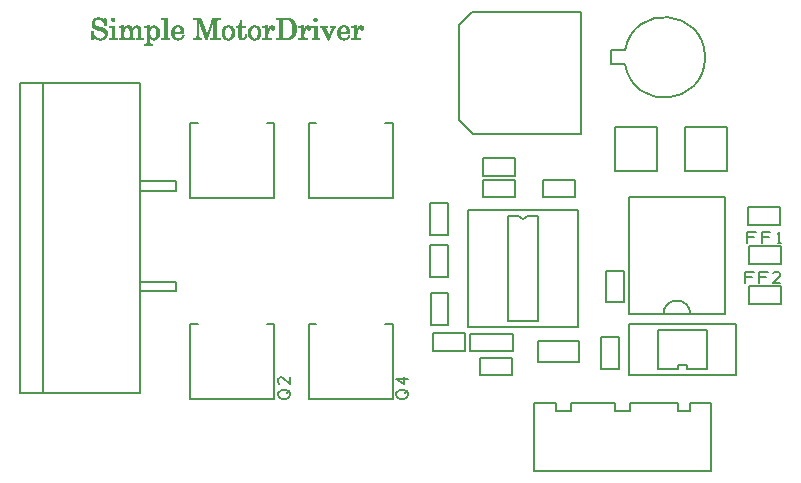
<source format=gto>
G04 EasyPC Gerber Version 21.0.3 Build 4286 *
G04 #@! TF.Part,Single*
G04 #@! TF.FileFunction,Legend,Top *
G04 #@! TF.FilePolarity,Positive *
%FSLAX34Y34*%
%MOMM*%
%ADD80C,0.02540*%
%ADD10C,0.12700*%
%ADD128C,0.15000*%
X0Y0D02*
D02*
D10*
X635Y69635D02*
X20635D01*
Y331635*
X635*
Y69635*
Y331635*
X102635*
Y248635*
X132635*
Y240635*
X102635*
Y163635*
X132635*
Y155635*
X102635*
Y69635*
X635*
X102635Y151635D02*
Y248635D01*
X151425Y127785D02*
X145075D01*
Y64285*
X216195*
Y127785*
X209845*
X151425Y297785D02*
X145075D01*
Y234285*
X216195*
Y297785*
X209845*
X225879Y64285D02*
X222704D01*
X221116Y65079*
X220322Y65873*
X219529Y67460*
Y69048*
X220322Y70635*
X221116Y71429*
X222704Y72223*
X225879*
X227466Y71429*
X228260Y70635*
X229054Y69048*
Y67460*
X228260Y65873*
X227466Y65079*
X225879Y64285*
X226672Y69841D02*
X229054Y72223D01*
Y83335D02*
Y76985D01*
X223497Y82541*
X221910Y83335*
X220322Y82541*
X219529Y80954*
Y78573*
X220322Y76985*
X251425Y127785D02*
X245075D01*
Y64285*
X316195*
Y127785*
X309845*
X251425Y297785D02*
X245075D01*
Y234285*
X316195*
Y297785*
X309845*
X325879Y64285D02*
X322704D01*
X321116Y65079*
X320322Y65873*
X319529Y67460*
Y69048*
X320322Y70635*
X321116Y71429*
X322704Y72223*
X325879*
X327466Y71429*
X328260Y70635*
X329054Y69048*
Y67460*
X328260Y65873*
X327466Y65079*
X325879Y64285*
X326672Y69841D02*
X329054Y72223D01*
Y80954D02*
X319529D01*
X325879Y76985*
Y83335*
X348345Y154475D02*
Y127395D01*
X363425*
Y154475*
X348345*
X362775Y203595D02*
Y230675D01*
X347695*
Y203595*
X362775*
X363175Y167595D02*
Y194675D01*
X348095*
Y167595*
X363175*
X377425Y119925D02*
X350345D01*
Y104845*
X377425*
Y119925*
X384635Y288635D02*
X475635D01*
Y391635*
X383635*
X372635Y380635*
Y300635*
X384635Y288635*
X392495Y234995D02*
X419575D01*
Y250075*
X392495*
Y234995*
Y253095D02*
X419575D01*
Y268175*
X392495*
Y253095*
X417675Y99425D02*
X390595D01*
Y84345*
X417675*
Y99425*
X418135Y119635D02*
X382135D01*
Y104635*
X418135*
Y119635*
X435635Y60635D02*
X454635D01*
Y54635*
X467635*
Y60635*
X504635*
Y54635*
X517635*
Y60635*
X557635*
Y54635*
X567635*
Y60635*
X585635*
Y3635*
X435635*
Y60635*
X439585Y219385D02*
Y130385D01*
X413585*
Y219385*
X422085*
X426585Y217135*
X431085Y219385*
X439585*
X443295Y234995D02*
X470375D01*
Y250075*
X443295*
Y234995*
X473085Y224385D02*
Y125385D01*
X380085*
Y224385*
X473085*
X473675Y113675D02*
X439595D01*
Y95595*
X473675*
Y113675*
X508175Y90095D02*
Y117175D01*
X493095*
Y90095*
X508175*
X512175Y146095D02*
Y173175D01*
X497095*
Y146095*
X512175*
X513033Y347710D02*
G75*
G03Y359560I33602J5925D01*
G01*
X501033*
Y347710*
X513033*
X516635Y84635D02*
Y128035D01*
X606635*
Y84635*
X516635*
X539780Y257330D02*
X504135D01*
Y294795*
X539780*
Y257330*
X541135Y89635D02*
Y123035D01*
X582135*
Y89635*
X565385*
Y93385*
X557885*
Y89635*
X541135*
X545455Y136355D02*
G75*
G02X556885Y147785I11430D01*
G01*
G75*
G02X568315Y136355J-11430*
G01*
X597525D02*
Y235415D01*
X516245*
Y136355*
X597525*
X599780Y257330D02*
X564135D01*
Y294795*
X599780*
Y257330*
X617095Y212095D02*
X644175D01*
Y227175*
X617095*
Y212095*
X645175Y160175D02*
X618095D01*
Y145095*
X645175*
Y160175*
Y194175D02*
X618095D01*
Y179095*
X645175*
Y194175*
D02*
D80*
X71163Y385696D02*
X72262Y387263D01*
X73156*
X73229Y380700*
X72423*
X72218Y381433*
X71998Y382107*
X71749Y382737*
X71486Y383308*
X71193Y383835*
X70885Y384319*
X70548Y384743*
X70197Y385110*
X69816Y385432*
X69420Y385725*
X69025Y385959*
X68600Y386150*
X68175Y386311*
X67721Y386413*
X67267Y386472*
X66783Y386501*
X66388Y386487*
X66022Y386443*
X65670Y386369*
X65333Y386252*
X65011Y386120*
X64703Y385959*
X64425Y385769*
X64161Y385534*
X63912Y385285*
X63707Y385036*
X63531Y384758*
X63400Y384465*
X63282Y384172*
X63195Y383850*
X63151Y383528*
X63136Y383191*
X63165Y382766*
X63239Y382370*
X63356Y382004*
X63531Y381667*
X63751Y381360*
X64015Y381081*
X64323Y380832*
X64689Y380613*
X64908Y380510*
X65157Y380393*
X65465Y380290*
X65802Y380188*
X66198Y380071*
X66622Y379968*
X67091Y379851*
X67604Y379734*
X68336Y379572*
X68995Y379411*
X69611Y379236*
X70167Y379074*
X70665Y378913*
X71105Y378738*
X71486Y378576*
X71823Y378401*
X72115Y378239*
X72394Y378049*
X72643Y377859*
X72877Y377654*
X73097Y377434*
X73287Y377199*
X73478Y376965*
X73624Y376716*
X73771Y376452*
X73888Y376189*
X73990Y375910*
X74078Y375617*
X74137Y375310*
X74181Y374988*
X74210Y374665*
X74225Y374328*
X74196Y373742*
X74122Y373171*
X73990Y372614*
X73815Y372102*
X73580Y371604*
X73302Y371150*
X72965Y370710*
X72584Y370285*
X72159Y369919*
X71705Y369582*
X71222Y369319*
X70709Y369084*
X70167Y368908*
X69596Y368791*
X68981Y368718*
X68351Y368689*
X67662Y368718*
X67003Y368806*
X66359Y368938*
X65743Y369143*
X65143Y369392*
X64572Y369699*
X64030Y370066*
X63502Y370490*
X62125Y368806*
X61246*
Y375793*
X62125*
X62272Y375090*
X62462Y374431*
X62682Y373801*
X62960Y373215*
X63268Y372658*
X63605Y372146*
X63986Y371677*
X64410Y371238*
X64864Y370842*
X65333Y370505*
X65817Y370212*
X66315Y369978*
X66813Y369802*
X67340Y369670*
X67882Y369597*
X68424Y369568*
X68864Y369582*
X69288Y369626*
X69684Y369714*
X70065Y369831*
X70416Y369978*
X70753Y370168*
X71075Y370388*
X71368Y370637*
X71632Y370901*
X71866Y371194*
X72072Y371501*
X72233Y371809*
X72350Y372146*
X72438Y372497*
X72496Y372849*
X72511Y373230*
X72482Y373640*
X72408Y374035*
X72277Y374402*
X72086Y374739*
X71969Y374900*
X71837Y375061*
X71691Y375207*
X71530Y375339*
X71354Y375471*
X71163Y375603*
X70958Y375720*
X70739Y375837*
X70475Y375954*
X70153Y376072*
X69786Y376203*
X69362Y376335*
X68878Y376467*
X68336Y376614*
X67750Y376760*
X67091Y376921*
X66725Y377009*
X66373Y377097*
X66036Y377185*
X65714Y377287*
X65421Y377375*
X65128Y377478*
X64850Y377566*
X64586Y377668*
X64337Y377771*
X64103Y377873*
X63883Y377976*
X63678Y378078*
X63502Y378181*
X63326Y378283*
X63165Y378401*
X63019Y378503*
X62667Y378825*
X62360Y379192*
X62096Y379587*
X61876Y379997*
X61715Y380466*
X61598Y380949*
X61525Y381477*
X61495Y382019*
X61525Y382605*
X61598Y383161*
X61715Y383689*
X61876Y384187*
X62081Y384656*
X62345Y385110*
X62653Y385520*
X63019Y385915*
X63400Y386281*
X63824Y386589*
X64264Y386838*
X64747Y387058*
X65245Y387219*
X65758Y387336*
X66315Y387409*
X66886Y387439*
X67457Y387409*
X67999Y387336*
X68527Y387204*
X69054Y387029*
X69303Y386926*
X69567Y386794*
X69830Y386662*
X70094Y386501*
X70358Y386325*
X70621Y386135*
X70900Y385915*
X71163Y385696*
X79117Y387263D02*
X79381Y387234D01*
X79630Y387160*
X79864Y387029*
X80084Y386853*
X80260Y386633*
X80392Y386399*
X80465Y386150*
X80494Y385871*
X80465Y385608*
X80392Y385359*
X80275Y385139*
X80099Y384919*
X79879Y384743*
X79645Y384626*
X79396Y384553*
X79132Y384524*
X78854Y384553*
X78605Y384626*
X78370Y384758*
X78165Y384934*
X77989Y385139*
X77858Y385373*
X77784Y385622*
X77755Y385886*
X77784Y386150*
X77858Y386399*
X77989Y386633*
X78165Y386853*
X78385Y387029*
X78619Y387160*
X78854Y387234*
X79117Y387263*
X75953Y380451D02*
X80494Y380583D01*
Y370754*
X80509Y370564*
X80538Y370403*
X80612Y370271*
X80685Y370183*
X80846Y370066*
X81007Y369992*
X81198Y369948*
X81403Y369934*
X82692*
Y369026*
X76202*
Y369934*
X77404*
X77653Y369948*
X77872Y369992*
X78048Y370080*
X78195Y370197*
X78297Y370344*
X78385Y370520*
X78429Y370725*
X78444Y370959*
Y378166*
X78414Y378489*
X78341Y378767*
X78224Y379001*
X78048Y379192*
X77828Y379353*
X77565Y379455*
X77257Y379514*
X76891Y379543*
X75953*
Y380451*
X84742D02*
X88009Y380656D01*
X88126Y380027*
X88229Y379411*
X88302Y378811*
X88361Y378225*
X88595Y378547*
X88829Y378840*
X89049Y379118*
X89283Y379367*
X89518Y379587*
X89752Y379792*
X89987Y379953*
X90221Y380114*
X90455Y380232*
X90690Y380349*
X90939Y380437*
X91188Y380525*
X91451Y380583*
X91700Y380627*
X91979Y380642*
X92257Y380656*
X92535Y380642*
X92814Y380613*
X93077Y380569*
X93326Y380495*
X93561Y380407*
X93795Y380305*
X94000Y380188*
X94205Y380041*
X94396Y379865*
X94572Y379675*
X94733Y379455*
X94879Y379221*
X95026Y378957*
X95157Y378664*
X95275Y378357*
X95392Y378020*
X95597Y378342*
X95802Y378635*
X96022Y378913*
X96241Y379177*
X96476Y379411*
X96710Y379631*
X96959Y379822*
X97194Y379997*
X97457Y380158*
X97706Y380290*
X97970Y380393*
X98248Y380495*
X98512Y380569*
X98805Y380613*
X99083Y380642*
X99376Y380656*
X99757Y380642*
X100109Y380598*
X100446Y380525*
X100739Y380422*
X101017Y380290*
X101281Y380129*
X101515Y379939*
X101720Y379734*
X101954Y379411*
X102159Y379074*
X102321Y378708*
X102467Y378327*
X102570Y377932*
X102657Y377507*
X102701Y377053*
X102716Y376584*
Y370915*
X102731Y370666*
X102775Y370476*
X102863Y370329*
X102980Y370212*
X103170Y370095*
X103405Y370007*
X103668Y369948*
X103990Y369934*
X104562*
Y369026*
X98820*
Y369934*
X99391*
X99728Y369948*
X100021Y369992*
X100240Y370066*
X100416Y370183*
X100548Y370315*
X100636Y370476*
X100695Y370681*
X100709Y370915*
Y376584*
X100695Y376892*
X100665Y377185*
X100621Y377463*
X100548Y377712*
X100460Y377947*
X100358Y378166*
X100240Y378371*
X100094Y378547*
X99933Y378723*
X99757Y378855*
X99567Y378972*
X99376Y379074*
X99156Y379148*
X98937Y379206*
X98702Y379236*
X98453Y379250*
X98087Y379221*
X97721Y379148*
X97384Y379016*
X97062Y378840*
X96769Y378620*
X96520Y378342*
X96285Y378034*
X96095Y377668*
X95963Y377405*
X95861Y377156*
X95773Y376906*
X95699Y376672*
X95641Y376438*
X95597Y376233*
X95582Y376028*
X95568Y375837*
Y370915*
X95582Y370681*
X95641Y370476*
X95714Y370300*
X95831Y370168*
X95992Y370066*
X96183Y369992*
X96403Y369948*
X96666Y369934*
X97443*
Y369026*
X91627*
Y369934*
X92286*
X92579Y369948*
X92828Y369992*
X93033Y370066*
X93209Y370183*
X93341Y370300*
X93444Y370447*
X93502Y370622*
X93517Y370798*
Y376072*
X93502Y376467*
X93488Y376848*
X93429Y377185*
X93370Y377507*
X93282Y377800*
X93180Y378064*
X93063Y378283*
X92931Y378489*
X92770Y378664*
X92609Y378825*
X92418Y378957*
X92228Y379060*
X92023Y379148*
X91803Y379206*
X91583Y379236*
X91334Y379250*
X91027Y379236*
X90734Y379192*
X90455Y379118*
X90192Y379031*
X89957Y378913*
X89738Y378752*
X89532Y378576*
X89342Y378371*
X89122Y378049*
X88917Y377727*
X88741Y377375*
X88610Y377024*
X88507Y376657*
X88419Y376277*
X88375Y375881*
X88361Y375471*
Y370915*
X88375Y370666*
X88419Y370461*
X88492Y370300*
X88595Y370183*
X88785Y370080*
X89020Y369992*
X89298Y369948*
X89620Y369934*
X90206*
Y369026*
X84449*
Y369934*
X85314*
X85548Y369948*
X85739Y369992*
X85914Y370066*
X86061Y370183*
X86178Y370300*
X86266Y370461*
X86310Y370622*
X86324Y370798*
Y378298*
X86310Y378591*
X86251Y378840*
X86149Y379045*
X86002Y379221*
X85914Y379294*
X85812Y379367*
X85680Y379426*
X85533Y379470*
X85372Y379514*
X85182Y379558*
X84977Y379587*
X84742Y379616*
Y380451*
X109835Y380656D02*
X109967Y380027D01*
X110055Y379397*
X110114Y378781*
X110157Y378196*
X110363Y378518*
X110582Y378811*
X110802Y379089*
X111022Y379338*
X111241Y379558*
X111461Y379763*
X111696Y379939*
X111930Y380100*
X112164Y380232*
X112399Y380334*
X112648Y380437*
X112897Y380510*
X113146Y380583*
X113409Y380627*
X113673Y380642*
X113951Y380656*
X114244Y380642*
X114523Y380613*
X114816Y380554*
X115094Y380481*
X115372Y380378*
X115651Y380246*
X115914Y380100*
X116178Y379939*
X116442Y379748*
X116691Y379529*
X116925Y379309*
X117145Y379045*
X117364Y378781*
X117555Y378474*
X117745Y378166*
X117921Y377829*
X118068Y377478*
X118214Y377112*
X118317Y376731*
X118419Y376350*
X118492Y375954*
X118536Y375544*
X118566Y375119*
X118580Y374695*
X118551Y374021*
X118478Y373362*
X118346Y372746*
X118170Y372160*
X117950Y371618*
X117657Y371091*
X117335Y370608*
X116954Y370154*
X116603Y369802*
X116237Y369509*
X115856Y369260*
X115460Y369055*
X115050Y368894*
X114625Y368777*
X114171Y368718*
X113717Y368689*
X113453Y368703*
X113190Y368718*
X112941Y368762*
X112692Y368821*
X112457Y368908*
X112223Y368996*
X112003Y369114*
X111783Y369231*
X111564Y369377*
X111359Y369538*
X111154Y369729*
X110963Y369919*
X110773Y370124*
X110597Y370359*
X110421Y370608*
X110245Y370871*
Y366242*
X110260Y366008*
X110304Y365788*
X110392Y365627*
X110494Y365495*
X110685Y365364*
X110890Y365276*
X111139Y365217*
X111417Y365202*
X112252*
Y364338*
X106158*
Y365202*
X106993*
X107272Y365217*
X107506Y365261*
X107711Y365334*
X107872Y365437*
X108004Y365554*
X108092Y365700*
X108151Y365862*
X108165Y366037*
Y378064*
Y378254*
X108136Y378445*
X108107Y378620*
X108063Y378781*
X108004Y378913*
X107946Y379045*
X107858Y379148*
X107770Y379250*
X107653Y379323*
X107521Y379397*
X107345Y379455*
X107169Y379514*
X106949Y379558*
X106715Y379587*
X106451Y379616*
X106158Y379631*
Y380451*
X109835Y380656*
X113380Y379543D02*
X113058Y379529D01*
X112750Y379455*
X112443Y379367*
X112164Y379221*
X111886Y379045*
X111622Y378825*
X111373Y378562*
X111139Y378269*
X110919Y377932*
X110729Y377551*
X110582Y377141*
X110450Y376701*
X110348Y376218*
X110275Y375705*
X110231Y375149*
X110216Y374563*
X110231Y373962*
X110275Y373420*
X110348Y372907*
X110436Y372424*
X110568Y371999*
X110714Y371604*
X110905Y371252*
X111110Y370945*
X111329Y370666*
X111578Y370432*
X111842Y370227*
X112120Y370066*
X112413Y369934*
X112721Y369846*
X113043Y369787*
X113380Y369773*
X113688Y369787*
X113981Y369831*
X114259Y369919*
X114523Y370022*
X114757Y370168*
X114977Y370329*
X115182Y370534*
X115358Y370769*
X115563Y371120*
X115753Y371501*
X115900Y371926*
X116031Y372395*
X116119Y372893*
X116193Y373435*
X116237Y374006*
X116251Y374621*
X116237Y375266*
X116207Y375852*
X116134Y376394*
X116046Y376892*
X115944Y377346*
X115797Y377741*
X115636Y378108*
X115446Y378415*
X115240Y378679*
X115021Y378899*
X114786Y379104*
X114523Y379265*
X114259Y379382*
X113981Y379470*
X113688Y379529*
X113380Y379543*
X124864Y387263D02*
Y370696D01*
X124879Y370534*
X124923Y370403*
X124982Y370271*
X125070Y370183*
X125231Y370066*
X125406Y369992*
X125597Y369948*
X125817Y369934*
X127018*
Y369026*
X120558*
Y369934*
X121700*
X121964Y369948*
X122198Y369992*
X122389Y370080*
X122535Y370197*
X122653Y370344*
X122740Y370520*
X122799Y370725*
X122814Y370959*
Y384861*
X122799Y385154*
X122726Y385388*
X122623Y385593*
X122491Y385754*
X122242Y385930*
X121979Y386047*
X121686Y386120*
X121378Y386150*
X120353*
Y387058*
X124864Y387263*
X139117Y374665D02*
X130944D01*
X130973Y374035*
X131031Y373449*
X131105Y372922*
X131222Y372439*
X131354Y371999*
X131515Y371618*
X131705Y371267*
X131925Y370974*
X132189Y370696*
X132482Y370447*
X132789Y370241*
X133112Y370080*
X133448Y369948*
X133815Y369846*
X134196Y369787*
X134591Y369773*
X134884Y369787*
X135177Y369817*
X135455Y369861*
X135719Y369948*
X135983Y370036*
X136246Y370154*
X136495Y370300*
X136744Y370447*
X136979Y370637*
X137213Y370842*
X137433Y371062*
X137638Y371311*
X137858Y371574*
X138048Y371853*
X138239Y372160*
X138429Y372497*
X139220Y372160*
X138986Y371736*
X138751Y371340*
X138502Y370974*
X138239Y370637*
X137960Y370329*
X137667Y370036*
X137360Y369787*
X137052Y369553*
X136715Y369348*
X136378Y369172*
X136027Y369026*
X135660Y368908*
X135280Y368806*
X134899Y368747*
X134489Y368703*
X134078Y368689*
X133522Y368718*
X132980Y368791*
X132467Y368923*
X131969Y369099*
X131500Y369333*
X131046Y369626*
X130621Y369963*
X130226Y370344*
X129860Y370769*
X129537Y371238*
X129274Y371721*
X129054Y372234*
X128878Y372776*
X128761Y373347*
X128688Y373947*
X128658Y374592*
X128688Y375266*
X128761Y375910*
X128878Y376511*
X129039Y377097*
X129259Y377639*
X129523Y378152*
X129845Y378635*
X130197Y379074*
X130592Y379470*
X131017Y379822*
X131456Y380114*
X131910Y380364*
X132408Y380539*
X132906Y380686*
X133434Y380759*
X133990Y380788*
X134401Y380774*
X134796Y380730*
X135177Y380671*
X135529Y380569*
X135880Y380451*
X136217Y380305*
X136539Y380129*
X136847Y379939*
X137140Y379704*
X137418Y379455*
X137667Y379192*
X137916Y378899*
X138121Y378576*
X138326Y378239*
X138502Y377873*
X138663Y377492*
X138766Y377199*
X138854Y376892*
X138927Y376570*
X139000Y376218*
X139044Y375866*
X139073Y375486*
X139103Y375075*
X139117Y374665*
X130944Y375530D02*
X135895D01*
X136100Y375544*
X136276Y375603*
X136437Y375691*
X136569Y375822*
X136686Y375998*
X136759Y376233*
X136803Y376511*
X136818Y376848*
X136803Y377170*
X136759Y377492*
X136700Y377785*
X136613Y378078*
X136495Y378357*
X136349Y378620*
X136173Y378884*
X135983Y379118*
X135763Y379338*
X135543Y379529*
X135309Y379690*
X135074Y379822*
X134825Y379924*
X134562Y379997*
X134298Y380041*
X134020Y380056*
X133698Y380041*
X133405Y379983*
X133112Y379895*
X132848Y379778*
X132584Y379616*
X132335Y379411*
X132086Y379192*
X131866Y378928*
X131661Y378620*
X131471Y378283*
X131324Y377917*
X131193Y377507*
X131090Y377068*
X131017Y376584*
X130973Y376072*
X130944Y375530*
X147423Y387058D02*
X153444D01*
X158820Y372820*
X163756Y387058*
X169923*
Y386150*
X168429*
X168239*
X168063Y386135*
X167902Y386120*
X167755Y386091*
X167638Y386062*
X167521Y386018*
X167433Y385974*
X167360Y385915*
X167242Y385783*
X167155Y385593*
X167096Y385373*
X167081Y385110*
Y370827*
X167096Y370622*
X167169Y370447*
X167272Y370285*
X167418Y370168*
X167506Y370110*
X167609Y370066*
X167726Y370022*
X167858Y369992*
X168004Y369963*
X168165Y369948*
X168356Y369934*
X168546*
X169923*
Y369026*
X161647*
Y369934*
X163185*
X163492Y369948*
X163771Y369992*
X163990Y370080*
X164166Y370183*
X164313Y370315*
X164415Y370461*
X164474Y370637*
X164489Y370827*
Y386150*
X158541Y369026*
X157721*
X151305Y386076*
Y372951*
Y372673*
X151320Y372409*
X151349Y372160*
X151378Y371941*
X151422Y371721*
X151466Y371531*
X151525Y371355*
X151598Y371208*
X151759Y370930*
X151949Y370696*
X152184Y370490*
X152433Y370315*
X152579Y370241*
X152755Y370183*
X152946Y370110*
X153151Y370066*
X153400Y370022*
X153649Y369978*
X153927Y369948*
X154235Y369934*
Y369026*
X147423*
Y369934*
X147819Y369963*
X148199Y370022*
X148522Y370080*
X148829Y370168*
X149093Y370271*
X149327Y370373*
X149532Y370505*
X149694Y370652*
X149840Y370813*
X149957Y371018*
X150060Y371238*
X150148Y371501*
X150206Y371780*
X150250Y372102*
X150280Y372439*
X150294Y372820*
Y385256*
X150280Y385476*
X150221Y385652*
X150133Y385813*
X150016Y385930*
X149943Y385989*
X149840Y386032*
X149738Y386062*
X149606Y386091*
X149474Y386120*
X149313Y386135*
X149152Y386150*
X148961*
X147423*
Y387058*
X176764Y380788D02*
X177335Y380759D01*
X177863Y380686*
X178390Y380554*
X178888Y380378*
X179357Y380144*
X179811Y379851*
X180236Y379514*
X180631Y379118*
X180997Y378694*
X181320Y378225*
X181583Y377727*
X181803Y377199*
X181979Y376628*
X182096Y376042*
X182169Y375412*
X182198Y374739*
X182184Y374284*
X182155Y373845*
X182096Y373420*
X182023Y373010*
X181920Y372614*
X181803Y372234*
X181656Y371882*
X181495Y371545*
X181320Y371223*
X181114Y370915*
X180895Y370637*
X180646Y370359*
X180397Y370110*
X180118Y369875*
X179811Y369656*
X179503Y369450*
X179166Y369275*
X178844Y369114*
X178492Y368982*
X178156Y368879*
X177804Y368791*
X177438Y368733*
X177072Y368703*
X176705Y368689*
X176163Y368718*
X175636Y368791*
X175138Y368923*
X174655Y369114*
X174200Y369348*
X173761Y369626*
X173336Y369978*
X172941Y370373*
X172589Y370798*
X172267Y371267*
X172003Y371765*
X171783Y372307*
X171622Y372864*
X171505Y373449*
X171432Y374079*
X171403Y374739*
X171432Y375383*
X171505Y376013*
X171622Y376614*
X171783Y377170*
X172003Y377697*
X172267Y378196*
X172589Y378664*
X172955Y379104*
X173351Y379499*
X173776Y379836*
X174215Y380129*
X174684Y380364*
X175167Y380554*
X175680Y380686*
X176207Y380759*
X176764Y380788*
Y379924D02*
X176427Y379909D01*
X176119Y379851*
X175812Y379748*
X175519Y379616*
X175255Y379441*
X174991Y379221*
X174742Y378972*
X174523Y378679*
X174318Y378357*
X174142Y377976*
X173981Y377551*
X173864Y377097*
X173761Y376584*
X173702Y376028*
X173658Y375427*
X173644Y374782*
X173658Y374123*
X173702Y373508*
X173761Y372951*
X173864Y372424*
X173981Y371955*
X174142Y371531*
X174318Y371150*
X174523Y370813*
X174742Y370520*
X174977Y370256*
X175240Y370036*
X175519Y369861*
X175797Y369729*
X176105Y369626*
X176427Y369568*
X176764Y369553*
X177115Y369568*
X177438Y369626*
X177760Y369729*
X178053Y369861*
X178331Y370036*
X178595Y370256*
X178844Y370520*
X179078Y370813*
X179283Y371150*
X179459Y371531*
X179606Y371970*
X179738Y372468*
X179840Y372995*
X179899Y373581*
X179943Y374226*
X179957Y374914*
X179943Y375559*
X179899Y376145*
X179840Y376687*
X179738Y377199*
X179620Y377654*
X179474Y378064*
X179283Y378415*
X179093Y378738*
X178859Y379016*
X178610Y379265*
X178346Y379455*
X178068Y379631*
X177775Y379763*
X177452Y379851*
X177115Y379909*
X176764Y379924*
X186871Y385095D02*
X187692D01*
Y380451*
X191383*
Y379323*
X187692*
Y371999*
X187721Y371545*
X187809Y371164*
X187941Y370827*
X188146Y370534*
X188263Y370417*
X188380Y370315*
X188512Y370227*
X188658Y370168*
X188805Y370110*
X188951Y370066*
X189113Y370036*
X189288*
X189493Y370051*
X189684Y370080*
X189874Y370139*
X190050Y370227*
X190226Y370329*
X190387Y370461*
X190548Y370622*
X190695Y370798*
X190841Y371003*
X190958Y371252*
X191075Y371516*
X191163Y371823*
X191237Y372146*
X191310Y372512*
X191354Y372907*
X191383Y373332*
X192203*
X192174Y372776*
X192115Y372263*
X192028Y371794*
X191910Y371340*
X191764Y370945*
X191588Y370578*
X191398Y370241*
X191163Y369948*
X190914Y369699*
X190651Y369465*
X190358Y369275*
X190065Y369128*
X189742Y369011*
X189406Y368923*
X189039Y368864*
X188673Y368850*
X188322Y368864*
X187999Y368894*
X187692Y368952*
X187413Y369040*
X187135Y369157*
X186886Y369289*
X186666Y369436*
X186461Y369626*
X186271Y369817*
X186110Y370036*
X185963Y370271*
X185861Y370520*
X185773Y370783*
X185699Y371062*
X185670Y371340*
X185656Y371648*
Y379323*
X183663*
Y380188*
X184000Y380246*
X184308Y380334*
X184586Y380451*
X184864Y380583*
X185114Y380730*
X185333Y380906*
X185538Y381096*
X185729Y381316*
X185978Y381667*
X186198Y382048*
X186388Y382473*
X186549Y382927*
X186666Y383425*
X186769Y383952*
X186842Y384509*
X186871Y385095*
X198956Y380788D02*
X199528Y380759D01*
X200055Y380686*
X200582Y380554*
X201080Y380378*
X201549Y380144*
X202003Y379851*
X202428Y379514*
X202823Y379118*
X203190Y378694*
X203512Y378225*
X203776Y377727*
X203995Y377199*
X204171Y376628*
X204288Y376042*
X204362Y375412*
X204391Y374739*
X204376Y374284*
X204347Y373845*
X204288Y373420*
X204215Y373010*
X204113Y372614*
X203995Y372234*
X203849Y371882*
X203688Y371545*
X203512Y371223*
X203307Y370915*
X203087Y370637*
X202838Y370359*
X202589Y370110*
X202311Y369875*
X202003Y369656*
X201696Y369450*
X201359Y369275*
X201036Y369114*
X200685Y368982*
X200348Y368879*
X199996Y368791*
X199630Y368733*
X199264Y368703*
X198898Y368689*
X198356Y368718*
X197828Y368791*
X197330Y368923*
X196847Y369114*
X196393Y369348*
X195953Y369626*
X195529Y369978*
X195133Y370373*
X194781Y370798*
X194459Y371267*
X194196Y371765*
X193976Y372307*
X193815Y372864*
X193698Y373449*
X193624Y374079*
X193595Y374739*
X193624Y375383*
X193698Y376013*
X193815Y376614*
X193976Y377170*
X194196Y377697*
X194459Y378196*
X194781Y378664*
X195148Y379104*
X195543Y379499*
X195968Y379836*
X196407Y380129*
X196876Y380364*
X197360Y380554*
X197872Y380686*
X198400Y380759*
X198956Y380788*
Y379924D02*
X198619Y379909D01*
X198312Y379851*
X198004Y379748*
X197711Y379616*
X197448Y379441*
X197184Y379221*
X196935Y378972*
X196715Y378679*
X196510Y378357*
X196334Y377976*
X196173Y377551*
X196056Y377097*
X195953Y376584*
X195895Y376028*
X195851Y375427*
X195836Y374782*
X195851Y374123*
X195895Y373508*
X195953Y372951*
X196056Y372424*
X196173Y371955*
X196334Y371531*
X196510Y371150*
X196715Y370813*
X196935Y370520*
X197169Y370256*
X197433Y370036*
X197711Y369861*
X197989Y369729*
X198297Y369626*
X198619Y369568*
X198956Y369553*
X199308Y369568*
X199630Y369626*
X199952Y369729*
X200245Y369861*
X200524Y370036*
X200787Y370256*
X201036Y370520*
X201271Y370813*
X201476Y371150*
X201652Y371531*
X201798Y371970*
X201930Y372468*
X202032Y372995*
X202091Y373581*
X202135Y374226*
X202150Y374914*
X202135Y375559*
X202091Y376145*
X202032Y376687*
X201930Y377199*
X201813Y377654*
X201666Y378064*
X201476Y378415*
X201285Y378738*
X201051Y379016*
X200802Y379265*
X200538Y379455*
X200260Y379631*
X199967Y379763*
X199645Y379851*
X199308Y379909*
X198956Y379924*
X205885Y380451D02*
X209972Y380656D01*
Y376028*
X210148Y376584*
X210323Y377112*
X210499Y377580*
X210704Y378034*
X210909Y378445*
X211114Y378825*
X211334Y379177*
X211569Y379485*
X211803Y379763*
X212052Y379997*
X212316Y380202*
X212609Y380364*
X212902Y380495*
X213209Y380583*
X213531Y380642*
X213868Y380656*
X214088Y380642*
X214308Y380627*
X214513Y380569*
X214703Y380510*
X214879Y380437*
X215040Y380334*
X215201Y380217*
X215348Y380085*
X215480Y379939*
X215597Y379778*
X215685Y379602*
X215773Y379426*
X215831Y379236*
X215875Y379016*
X215890Y378796*
X215905Y378576*
X215875Y378210*
X215817Y377888*
X215699Y377610*
X215538Y377375*
X215333Y377185*
X215114Y377053*
X214864Y376980*
X214601Y376950*
X214337Y376965*
X214103Y377038*
X213898Y377156*
X213722Y377317*
X213575Y377507*
X213473Y377741*
X213400Y378005*
X213385Y378313*
X213400Y378503*
X213429Y378694*
X213502Y378884*
X213575Y379060*
X213663Y379206*
X213722Y379323*
X213751Y379397*
X213766Y379441*
X213751Y379529*
X213707Y379572*
X213634Y379616*
X213531Y379631*
X213400Y379616*
X213268Y379587*
X213136Y379543*
X212989Y379485*
X212858Y379397*
X212697Y379294*
X212550Y379177*
X212389Y379045*
X212184Y378825*
X211979Y378591*
X211788Y378342*
X211613Y378064*
X211451Y377785*
X211290Y377463*
X211158Y377141*
X211027Y376789*
X210865Y376247*
X210704Y375735*
X210587Y375251*
X210485Y374797*
X210397Y374358*
X210338Y373962*
X210309Y373581*
X210294Y373244*
Y370783*
X210309Y370593*
X210367Y370417*
X210455Y370271*
X210587Y370154*
X210763Y370051*
X210983Y369992*
X211261Y369948*
X211583Y369934*
X213033*
Y369026*
X205958*
Y369934*
X207086*
X207350Y369948*
X207584Y369992*
X207789Y370066*
X207950Y370154*
X208082Y370271*
X208170Y370403*
X208229Y370549*
X208243Y370696*
Y377990*
X208229Y378371*
X208156Y378708*
X208053Y378987*
X207892Y379206*
X207701Y379367*
X207467Y379485*
X207189Y379558*
X206881Y379587*
X205885*
Y380451*
X217164Y387058D02*
X226481D01*
X226993Y387043*
X227477Y387014*
X227946Y386955*
X228400Y386867*
X228824Y386765*
X229235Y386648*
X229630Y386501*
X230011Y386325*
X230450Y386076*
X230875Y385783*
X231285Y385461*
X231666Y385095*
X232047Y384685*
X232413Y384245*
X232750Y383762*
X233073Y383235*
X233365Y382693*
X233629Y382107*
X233834Y381506*
X234025Y380891*
X234156Y380232*
X234259Y379558*
X234318Y378855*
X234332Y378137*
X234318Y377536*
X234288Y376950*
X234230Y376364*
X234142Y375822*
X234039Y375281*
X233907Y374753*
X233761Y374240*
X233571Y373742*
X233424Y373376*
X233248Y373010*
X233058Y372673*
X232853Y372336*
X232618Y372014*
X232369Y371706*
X232106Y371413*
X231813Y371120*
X231505Y370842*
X231183Y370593*
X230846Y370359*
X230494Y370139*
X230128Y369934*
X229733Y369758*
X229337Y369582*
X228912Y369436*
X228590Y369348*
X228224Y369260*
X227843Y369187*
X227418Y369128*
X226979Y369084*
X226525Y369055*
X226027Y369026*
X225499*
X217164*
Y369934*
X218878*
X219171Y369948*
X219420Y369978*
X219625Y370051*
X219772Y370139*
X219874Y370256*
X219962Y370403*
X220006Y370578*
X220021Y370783*
Y385315*
X220006Y385505*
X219948Y385652*
X219874Y385798*
X219757Y385930*
X219611Y386018*
X219435Y386091*
X219230Y386135*
X219010Y386150*
X217164*
Y387058*
X223698Y386150D02*
X223448Y386135D01*
X223229Y386091*
X223038Y386018*
X222892Y385915*
X222775Y385783*
X222701Y385622*
X222643Y385432*
X222628Y385227*
Y370827*
X222643Y370622*
X222701Y370432*
X222804Y370285*
X222936Y370154*
X223112Y370066*
X223346Y369992*
X223624Y369948*
X223976Y369934*
X225514*
X226012Y369948*
X226510Y369992*
X226979Y370080*
X227433Y370197*
X227887Y370344*
X228312Y370534*
X228722Y370739*
X229117Y370989*
X229366Y371179*
X229586Y371384*
X229806Y371604*
X230011Y371838*
X230187Y372102*
X230363Y372380*
X230509Y372673*
X230656Y372981*
X230817Y373435*
X230963Y373933*
X231095Y374460*
X231198Y375046*
X231271Y375661*
X231329Y376321*
X231359Y377024*
X231373Y377771*
Y378327*
X231344Y378855*
X231315Y379367*
X231271Y379865*
X231227Y380349*
X231154Y380818*
X231066Y381257*
X230978Y381682*
X230875Y382077*
X230758Y382458*
X230626Y382824*
X230494Y383176*
X230333Y383513*
X230172Y383821*
X229996Y384114*
X229806Y384377*
X229440Y384787*
X229044Y385154*
X228605Y385461*
X228121Y385710*
X227594Y385901*
X227023Y386032*
X226407Y386120*
X225748Y386150*
X223698*
X236368Y380451D02*
X240455Y380656D01*
Y376028*
X240631Y376584*
X240807Y377112*
X240983Y377580*
X241188Y378034*
X241393Y378445*
X241598Y378825*
X241818Y379177*
X242052Y379485*
X242286Y379763*
X242535Y379997*
X242799Y380202*
X243092Y380364*
X243385Y380495*
X243693Y380583*
X244015Y380642*
X244352Y380656*
X244572Y380642*
X244791Y380627*
X244996Y380569*
X245187Y380510*
X245363Y380437*
X245524Y380334*
X245685Y380217*
X245831Y380085*
X245963Y379939*
X246080Y379778*
X246168Y379602*
X246256Y379426*
X246315Y379236*
X246359Y379016*
X246373Y378796*
X246388Y378576*
X246359Y378210*
X246300Y377888*
X246183Y377610*
X246022Y377375*
X245817Y377185*
X245597Y377053*
X245348Y376980*
X245084Y376950*
X244821Y376965*
X244586Y377038*
X244381Y377156*
X244205Y377317*
X244059Y377507*
X243956Y377741*
X243883Y378005*
X243868Y378313*
X243883Y378503*
X243912Y378694*
X243986Y378884*
X244059Y379060*
X244147Y379206*
X244205Y379323*
X244235Y379397*
X244249Y379441*
X244235Y379529*
X244191Y379572*
X244117Y379616*
X244015Y379631*
X243883Y379616*
X243751Y379587*
X243619Y379543*
X243473Y379485*
X243341Y379397*
X243180Y379294*
X243033Y379177*
X242872Y379045*
X242667Y378825*
X242462Y378591*
X242272Y378342*
X242096Y378064*
X241935Y377785*
X241774Y377463*
X241642Y377141*
X241510Y376789*
X241349Y376247*
X241188Y375735*
X241071Y375251*
X240968Y374797*
X240880Y374358*
X240822Y373962*
X240792Y373581*
X240778Y373244*
Y370783*
X240792Y370593*
X240851Y370417*
X240939Y370271*
X241071Y370154*
X241246Y370051*
X241466Y369992*
X241744Y369948*
X242067Y369934*
X243517*
Y369026*
X236442*
Y369934*
X237570*
X237833Y369948*
X238068Y369992*
X238273Y370066*
X238434Y370154*
X238566Y370271*
X238654Y370403*
X238712Y370549*
X238727Y370696*
Y377990*
X238712Y378371*
X238639Y378708*
X238536Y378987*
X238375Y379206*
X238185Y379367*
X237950Y379485*
X237672Y379558*
X237364Y379587*
X236368*
Y380451*
X250563Y387263D02*
X250826Y387234D01*
X251075Y387160*
X251310Y387029*
X251530Y386853*
X251705Y386633*
X251837Y386399*
X251910Y386150*
X251940Y385871*
X251910Y385608*
X251837Y385359*
X251720Y385139*
X251544Y384919*
X251324Y384743*
X251090Y384626*
X250841Y384553*
X250577Y384524*
X250299Y384553*
X250050Y384626*
X249816Y384758*
X249611Y384934*
X249435Y385139*
X249303Y385373*
X249230Y385622*
X249200Y385886*
X249230Y386150*
X249303Y386399*
X249435Y386633*
X249611Y386853*
X249830Y387029*
X250065Y387160*
X250299Y387234*
X250563Y387263*
X247399Y380451D02*
X251940Y380583D01*
Y370754*
X251954Y370564*
X251984Y370403*
X252057Y370271*
X252130Y370183*
X252291Y370066*
X252452Y369992*
X252643Y369948*
X252848Y369934*
X254137*
Y369026*
X247648*
Y369934*
X248849*
X249098Y369948*
X249318Y369992*
X249493Y370080*
X249640Y370197*
X249742Y370344*
X249830Y370520*
X249874Y370725*
X249889Y370959*
Y378166*
X249860Y378489*
X249786Y378767*
X249669Y379001*
X249493Y379192*
X249274Y379353*
X249010Y379455*
X248702Y379514*
X248336Y379543*
X247399*
Y380451*
X254987D02*
X260612D01*
Y379616*
X260348Y379602*
X260099Y379587*
X259879Y379572*
X259689Y379558*
X259528Y379529*
X259381Y379499*
X259264Y379455*
X259176Y379411*
X259044Y379309*
X258942Y379192*
X258883Y379060*
X258868Y378913*
X258898Y378635*
X258971Y378371*
X262018Y371633*
X264757Y378166*
X264816Y378342*
X264830Y378503*
X264801Y378723*
X264713Y378913*
X264581Y379074*
X264391Y379236*
X264142Y379353*
X263834Y379470*
X263483Y379543*
X263073Y379616*
Y380451*
X267804*
Y379616*
X267467Y379558*
X267159Y379485*
X266896Y379367*
X266661Y379221*
X266456Y379060*
X266281Y378855*
X266134Y378635*
X266002Y378371*
X261827Y368689*
X261168*
X256671Y378650*
X256539Y378899*
X256407Y379104*
X256246Y379265*
X256085Y379397*
X255880Y379485*
X255631Y379558*
X255338Y379602*
X254987Y379616*
Y380451*
X279581Y374665D02*
X271407D01*
X271437Y374035*
X271495Y373449*
X271569Y372922*
X271686Y372439*
X271818Y371999*
X271979Y371618*
X272169Y371267*
X272389Y370974*
X272653Y370696*
X272946Y370447*
X273253Y370241*
X273575Y370080*
X273912Y369948*
X274279Y369846*
X274659Y369787*
X275055Y369773*
X275348Y369787*
X275641Y369817*
X275919Y369861*
X276183Y369948*
X276447Y370036*
X276710Y370154*
X276959Y370300*
X277208Y370447*
X277443Y370637*
X277677Y370842*
X277897Y371062*
X278102Y371311*
X278322Y371574*
X278512Y371853*
X278702Y372160*
X278893Y372497*
X279684Y372160*
X279449Y371736*
X279215Y371340*
X278966Y370974*
X278702Y370637*
X278424Y370329*
X278131Y370036*
X277823Y369787*
X277516Y369553*
X277179Y369348*
X276842Y369172*
X276490Y369026*
X276124Y368908*
X275743Y368806*
X275363Y368747*
X274952Y368703*
X274542Y368689*
X273986Y368718*
X273444Y368791*
X272931Y368923*
X272433Y369099*
X271964Y369333*
X271510Y369626*
X271085Y369963*
X270690Y370344*
X270323Y370769*
X270001Y371238*
X269738Y371721*
X269518Y372234*
X269342Y372776*
X269225Y373347*
X269152Y373947*
X269122Y374592*
X269152Y375266*
X269225Y375910*
X269342Y376511*
X269503Y377097*
X269723Y377639*
X269987Y378152*
X270309Y378635*
X270660Y379074*
X271056Y379470*
X271481Y379822*
X271920Y380114*
X272374Y380364*
X272872Y380539*
X273370Y380686*
X273898Y380759*
X274454Y380788*
X274864Y380774*
X275260Y380730*
X275641Y380671*
X275992Y380569*
X276344Y380451*
X276681Y380305*
X277003Y380129*
X277311Y379939*
X277604Y379704*
X277882Y379455*
X278131Y379192*
X278380Y378899*
X278585Y378576*
X278790Y378239*
X278966Y377873*
X279127Y377492*
X279230Y377199*
X279318Y376892*
X279391Y376570*
X279464Y376218*
X279508Y375866*
X279537Y375486*
X279567Y375075*
X279581Y374665*
X271407Y375530D02*
X276359D01*
X276564Y375544*
X276739Y375603*
X276901Y375691*
X277032Y375822*
X277150Y375998*
X277223Y376233*
X277267Y376511*
X277281Y376848*
X277267Y377170*
X277223Y377492*
X277164Y377785*
X277076Y378078*
X276959Y378357*
X276813Y378620*
X276637Y378884*
X276447Y379118*
X276227Y379338*
X276007Y379529*
X275773Y379690*
X275538Y379822*
X275289Y379924*
X275026Y379997*
X274762Y380041*
X274484Y380056*
X274161Y380041*
X273868Y379983*
X273575Y379895*
X273312Y379778*
X273048Y379616*
X272799Y379411*
X272550Y379192*
X272330Y378928*
X272125Y378620*
X271935Y378283*
X271788Y377917*
X271656Y377507*
X271554Y377068*
X271481Y376584*
X271437Y376072*
X271407Y375530*
X281193Y380451D02*
X285280Y380656D01*
Y376028*
X285455Y376584*
X285631Y377112*
X285807Y377580*
X286012Y378034*
X286217Y378445*
X286422Y378825*
X286642Y379177*
X286876Y379485*
X287111Y379763*
X287360Y379997*
X287623Y380202*
X287916Y380364*
X288209Y380495*
X288517Y380583*
X288839Y380642*
X289176Y380656*
X289396Y380642*
X289615Y380627*
X289821Y380569*
X290011Y380510*
X290187Y380437*
X290348Y380334*
X290509Y380217*
X290656Y380085*
X290787Y379939*
X290905Y379778*
X290992Y379602*
X291080Y379426*
X291139Y379236*
X291183Y379016*
X291198Y378796*
X291212Y378576*
X291183Y378210*
X291124Y377888*
X291007Y377610*
X290846Y377375*
X290641Y377185*
X290421Y377053*
X290172Y376980*
X289908Y376950*
X289645Y376965*
X289410Y377038*
X289205Y377156*
X289030Y377317*
X288883Y377507*
X288781Y377741*
X288707Y378005*
X288693Y378313*
X288707Y378503*
X288737Y378694*
X288810Y378884*
X288883Y379060*
X288971Y379206*
X289030Y379323*
X289059Y379397*
X289073Y379441*
X289059Y379529*
X289015Y379572*
X288942Y379616*
X288839Y379631*
X288707Y379616*
X288575Y379587*
X288444Y379543*
X288297Y379485*
X288165Y379397*
X288004Y379294*
X287858Y379177*
X287697Y379045*
X287491Y378825*
X287286Y378591*
X287096Y378342*
X286920Y378064*
X286759Y377785*
X286598Y377463*
X286466Y377141*
X286334Y376789*
X286173Y376247*
X286012Y375735*
X285895Y375251*
X285792Y374797*
X285704Y374358*
X285646Y373962*
X285616Y373581*
X285602Y373244*
Y370783*
X285616Y370593*
X285675Y370417*
X285763Y370271*
X285895Y370154*
X286071Y370051*
X286290Y369992*
X286569Y369948*
X286891Y369934*
X288341*
Y369026*
X281266*
Y369934*
X282394*
X282657Y369948*
X282892Y369992*
X283097Y370066*
X283258Y370154*
X283390Y370271*
X283478Y370403*
X283536Y370549*
X283551Y370696*
Y377990*
X283536Y378371*
X283463Y378708*
X283361Y378987*
X283199Y379206*
X283009Y379367*
X282775Y379485*
X282496Y379558*
X282189Y379587*
X281193*
Y380451*
X106158Y364349D02*
X112252D01*
X106158Y364587D02*
X112252D01*
X106158Y364825D02*
X112252D01*
X106158Y365063D02*
X112252D01*
X107618Y365301D02*
X110832D01*
X107987Y365539D02*
X110460D01*
X108120Y365777D02*
X110310D01*
X108163Y366015D02*
X110260D01*
X108165Y366253D02*
X110245D01*
X108165Y366491D02*
X110245D01*
X108165Y366729D02*
X110245D01*
X108165Y366967D02*
X110245D01*
X108165Y367205D02*
X110245D01*
X108165Y367443D02*
X110245D01*
X108165Y367681D02*
X110245D01*
X108165Y367919D02*
X110245D01*
X108165Y368157D02*
X110245D01*
X108165Y368395D02*
X110245D01*
X108165Y368633D02*
X110245D01*
X61246Y368871D02*
X62178D01*
X66686D02*
X69986D01*
X108165D02*
X110245D01*
X112557D02*
X114966D01*
X132669D02*
X135522D01*
X175334D02*
X178124D01*
X188247D02*
X189083D01*
X197526D02*
X200316D01*
X261086D02*
X261905D01*
X273133D02*
X275986D01*
X61246Y369109D02*
X62373D01*
X65845D02*
X70764D01*
X76202D02*
X82692D01*
X84449D02*
X90206D01*
X91627D02*
X97443D01*
X98820D02*
X104562D01*
X108165D02*
X110245D01*
X112012D02*
X115564D01*
X120558D02*
X127018D01*
X131949D02*
X136227D01*
X147423D02*
X154235D01*
X157690D02*
X158570D01*
X161647D02*
X169923D01*
X174668D02*
X178831D01*
X187249D02*
X190013D01*
X196860D02*
X201023D01*
X205958D02*
X213033D01*
X217164D02*
X227228D01*
X236442D02*
X243517D01*
X247648D02*
X254137D01*
X260978D02*
X262008D01*
X272413D02*
X276690D01*
X281266D02*
X288341D01*
X61246Y369347D02*
X62567D01*
X65251D02*
X71273D01*
X76202D02*
X82692D01*
X84449D02*
X90206D01*
X91627D02*
X97443D01*
X98820D02*
X104562D01*
X108165D02*
X110245D01*
X111609D02*
X115989D01*
X120558D02*
X127018D01*
X131478D02*
X136715D01*
X147423D02*
X154235D01*
X157600D02*
X158652D01*
X161647D02*
X169923D01*
X174202D02*
X179305D01*
X186799D02*
X190469D01*
X196395D02*
X201498D01*
X205958D02*
X213033D01*
X217164D02*
X228590D01*
X236442D02*
X243517D01*
X247648D02*
X254137D01*
X260871D02*
X262111D01*
X271942D02*
X277179D01*
X281266D02*
X288341D01*
X61246Y369585D02*
X62762D01*
X64784D02*
X68106D01*
X68893D02*
X71705D01*
X76202D02*
X82692D01*
X84449D02*
X90206D01*
X91627D02*
X97443D01*
X98820D02*
X104562D01*
X108165D02*
X110245D01*
X111309D02*
X116332D01*
X120558D02*
X127018D01*
X131110D02*
X137094D01*
X147423D02*
X154235D01*
X157511D02*
X158735D01*
X161647D02*
X169923D01*
X173826D02*
X176333D01*
X177210D02*
X179705D01*
X186505D02*
X190786D01*
X196018D02*
X198525D01*
X199402D02*
X201897D01*
X205958D02*
X213033D01*
X217164D02*
X229337D01*
X236442D02*
X243517D01*
X247648D02*
X254137D01*
X260763D02*
X262213D01*
X271574D02*
X277558D01*
X281266D02*
X288341D01*
X61246Y369823D02*
X62957D01*
X64389D02*
X66754D01*
X70039D02*
X72030D01*
X76202D02*
X82692D01*
X84449D02*
X90206D01*
X91627D02*
X97443D01*
X98820D02*
X104562D01*
X108165D02*
X110245D01*
X111060D02*
X112847D01*
X113928D02*
X116624D01*
X120558D02*
X127018D01*
X130798D02*
X133964D01*
X135215D02*
X137404D01*
X147423D02*
X154235D01*
X157421D02*
X158818D01*
X161647D02*
X169923D01*
X173523D02*
X175599D01*
X177969D02*
X180045D01*
X186267D02*
X191038D01*
X195716D02*
X197791D01*
X200161D02*
X202238D01*
X205958D02*
X213033D01*
X217164D02*
X229879D01*
X236442D02*
X243517D01*
X247648D02*
X254137D01*
X260656D02*
X262316D01*
X271262D02*
X274427D01*
X275679D02*
X277868D01*
X281266D02*
X288341D01*
X61246Y370061D02*
X63151D01*
X64037D02*
X66138D01*
X70563D02*
X72324D01*
X78010D02*
X80857D01*
X85902D02*
X88836D01*
X93019D02*
X96005D01*
X100225D02*
X103261D01*
X108165D02*
X110245D01*
X110831D02*
X112131D01*
X114586D02*
X116861D01*
X122348D02*
X125243D01*
X130519D02*
X133160D01*
X136039D02*
X137692D01*
X148416D02*
X153179D01*
X157332D02*
X158901D01*
X163943D02*
X167622D01*
X173253D02*
X175210D01*
X178361D02*
X180339D01*
X186094D02*
X188978D01*
X189559D02*
X191254D01*
X195446D02*
X197403D01*
X200554D02*
X202531D01*
X207775D02*
X210746D01*
X219642D02*
X223128D01*
X226878D02*
X230355D01*
X238259D02*
X241229D01*
X249455D02*
X252302D01*
X260549D02*
X262419D01*
X270983D02*
X273624D01*
X276503D02*
X278156D01*
X283083D02*
X286054D01*
X61246Y370299D02*
X63346D01*
X63740D02*
X65673D01*
X70945D02*
X72597D01*
X78266D02*
X80596D01*
X86177D02*
X88492D01*
X93340D02*
X95714D01*
X100532D02*
X102893D01*
X108165D02*
X110245D01*
X110642D02*
X111749D01*
X114936D02*
X117076D01*
X122617D02*
X124969D01*
X130273D02*
X132703D01*
X136493D02*
X137930D01*
X149157D02*
X152465D01*
X157242D02*
X158983D01*
X164295D02*
X167263D01*
X173015D02*
X174939D01*
X178636D02*
X180586D01*
X185952D02*
X188404D01*
X190174D02*
X191431D01*
X195207D02*
X197131D01*
X200828D02*
X202778D01*
X208101D02*
X210438D01*
X219900D02*
X222794D01*
X227748D02*
X230750D01*
X238585D02*
X240922D01*
X249711D02*
X252042D01*
X260441D02*
X262521D01*
X270737D02*
X273167D01*
X276957D02*
X278394D01*
X283409D02*
X285746D01*
X61246Y370537D02*
X65288D01*
X71250D02*
X72810D01*
X78389D02*
X80514D01*
X86287D02*
X88403D01*
X93474D02*
X95623D01*
X100654D02*
X102761D01*
X108165D02*
X110245D01*
X110471D02*
X111466D01*
X115184D02*
X117275D01*
X122745D02*
X124879D01*
X130060D02*
X132376D01*
X136855D02*
X138148D01*
X149567D02*
X152130D01*
X157152D02*
X159066D01*
X164440D02*
X167131D01*
X172805D02*
X174729D01*
X178858D02*
X180805D01*
X185855D02*
X188146D01*
X190463D02*
X191565D01*
X194997D02*
X196922D01*
X201050D02*
X202997D01*
X208224D02*
X210327D01*
X219996D02*
X222669D01*
X228318D02*
X231102D01*
X238707D02*
X240811D01*
X249834D02*
X251959D01*
X260334D02*
X262624D01*
X270523D02*
X272840D01*
X277319D02*
X278612D01*
X283531D02*
X285635D01*
X61246Y370775D02*
X64957D01*
X71506D02*
X73015D01*
X78432D02*
X80494D01*
X86322D02*
X88369D01*
X93515D02*
X95576D01*
X100701D02*
X102724D01*
X108165D02*
X110245D01*
X110309D02*
X111243D01*
X115362D02*
X117446D01*
X122802D02*
X124864D01*
X129856D02*
X132114D01*
X137137D02*
X138347D01*
X149806D02*
X151885D01*
X157063D02*
X159149D01*
X164485D02*
X167085D01*
X172608D02*
X174551D01*
X179048D02*
X181004D01*
X185776D02*
X187977D01*
X190676D02*
X191682D01*
X194800D02*
X196744D01*
X201241D02*
X203196D01*
X208243D02*
X210295D01*
X220020D02*
X222632D01*
X228779D02*
X231418D01*
X238727D02*
X240779D01*
X249877D02*
X251940D01*
X260226D02*
X262727D01*
X270319D02*
X272578D01*
X277601D02*
X278810D01*
X283551D02*
X285603D01*
X61246Y371013D02*
X64668D01*
X71721D02*
X73197D01*
X78444D02*
X80494D01*
X86324D02*
X88361D01*
X93517D02*
X95568D01*
X100709D02*
X102716D01*
X108165D02*
X111065D01*
X115501D02*
X117605D01*
X122814D02*
X124864D01*
X129692D02*
X131896D01*
X137384D02*
X138529D01*
X149954D02*
X151711D01*
X156973D02*
X159231D01*
X164489D02*
X167081D01*
X172441D02*
X174401D01*
X179200D02*
X181180D01*
X185712D02*
X187868D01*
X190846D02*
X191789D01*
X194633D02*
X196593D01*
X201393D02*
X203372D01*
X208243D02*
X210294D01*
X220021D02*
X222628D01*
X229148D02*
X231694D01*
X238727D02*
X240778D01*
X249889D02*
X251940D01*
X260119D02*
X262829D01*
X270155D02*
X272360D01*
X277848D02*
X278993D01*
X283551D02*
X285602D01*
X61246Y371251D02*
X64397D01*
X71904D02*
X73364D01*
X78444D02*
X80494D01*
X86324D02*
X88361D01*
X93517D02*
X95568D01*
X100709D02*
X102716D01*
X108165D02*
X110905D01*
X115628D02*
X117746D01*
X122814D02*
X124864D01*
X129530D02*
X131717D01*
X137589D02*
X138690D01*
X150064D02*
X151577D01*
X156884D02*
X159314D01*
X164489D02*
X167081D01*
X172278D02*
X174271D01*
X179330D02*
X181335D01*
X185679D02*
X187789D01*
X190958D02*
X191877D01*
X194470D02*
X196463D01*
X201523D02*
X203527D01*
X208243D02*
X210294D01*
X220021D02*
X222628D01*
X229443D02*
X231944D01*
X238727D02*
X240778D01*
X249889D02*
X251940D01*
X260011D02*
X262932D01*
X269994D02*
X272181D01*
X278053D02*
X279154D01*
X283551D02*
X285602D01*
X61246Y371489D02*
X64168D01*
X72064D02*
X73510D01*
X78444D02*
X80494D01*
X86324D02*
X88361D01*
X93517D02*
X95568D01*
X100709D02*
X102716D01*
X108165D02*
X110776D01*
X115747D02*
X117878D01*
X122814D02*
X124864D01*
X129400D02*
X131585D01*
X137787D02*
X138839D01*
X150144D02*
X151480D01*
X156794D02*
X159397D01*
X164489D02*
X167081D01*
X172149D02*
X174161D01*
X179440D02*
X181465D01*
X185663D02*
X187734D01*
X191063D02*
X191949D01*
X194342D02*
X196353D01*
X201633D02*
X203657D01*
X208243D02*
X210294D01*
X220021D02*
X222628D01*
X229691D02*
X232174D01*
X238727D02*
X240778D01*
X249889D02*
X251940D01*
X259904D02*
X263034D01*
X269864D02*
X272049D01*
X278251D02*
X279303D01*
X283551D02*
X285602D01*
X61246Y371727D02*
X63945D01*
X72190D02*
X73638D01*
X78444D02*
X80494D01*
X86324D02*
X88361D01*
X93517D02*
X95568D01*
X100709D02*
X102716D01*
X108165D02*
X110669D01*
X115831D02*
X117994D01*
X122814D02*
X124864D01*
X129271D02*
X131469D01*
X137962D02*
X138981D01*
X150195D02*
X151421D01*
X156705D02*
X159479D01*
X164489D02*
X167081D01*
X172023D02*
X174068D01*
X179525D02*
X181582D01*
X185656D02*
X187709D01*
X191135D02*
X192011D01*
X194216D02*
X196260D01*
X201717D02*
X203775D01*
X208243D02*
X210294D01*
X220021D02*
X222628D01*
X229914D02*
X232386D01*
X238727D02*
X240778D01*
X249889D02*
X251940D01*
X259796D02*
X261975D01*
X262057D02*
X263137D01*
X269735D02*
X271933D01*
X278426D02*
X279444D01*
X283551D02*
X285602D01*
X61246Y371965D02*
X63752D01*
X72287D02*
X73750D01*
X78444D02*
X80494D01*
X86324D02*
X88361D01*
X93517D02*
X95568D01*
X100709D02*
X102716D01*
X108165D02*
X110581D01*
X115911D02*
X118091D01*
X122814D02*
X124864D01*
X129169D02*
X131368D01*
X138118D02*
X139112D01*
X150231D02*
X151375D01*
X156615D02*
X159562D01*
X164489D02*
X167081D01*
X171922D02*
X173979D01*
X179604D02*
X181691D01*
X185656D02*
X187694D01*
X191196D02*
X192060D01*
X194115D02*
X196171D01*
X201796D02*
X203883D01*
X208243D02*
X210294D01*
X220021D02*
X222628D01*
X230096D02*
X232578D01*
X238727D02*
X240778D01*
X249889D02*
X251940D01*
X259689D02*
X261868D01*
X262157D02*
X263240D01*
X269633D02*
X271832D01*
X278581D02*
X279576D01*
X283551D02*
X285602D01*
X61246Y372203D02*
X63567D01*
X72364D02*
X73850D01*
X78444D02*
X80494D01*
X86324D02*
X88361D01*
X93517D02*
X95568D01*
X100709D02*
X102716D01*
X108165D02*
X110505D01*
X115977D02*
X118183D01*
X122814D02*
X124864D01*
X129067D02*
X131293D01*
X138263D02*
X139119D01*
X150259D02*
X151344D01*
X156525D02*
X159645D01*
X164489D02*
X167081D01*
X171825D02*
X173919D01*
X179668D02*
X181790D01*
X185656D02*
X187692D01*
X191248D02*
X192104D01*
X194018D02*
X196111D01*
X201860D02*
X203982D01*
X208243D02*
X210294D01*
X220021D02*
X222628D01*
X230251D02*
X232756D01*
X238727D02*
X240778D01*
X249889D02*
X251940D01*
X259582D02*
X261760D01*
X262257D02*
X263342D01*
X269531D02*
X271757D01*
X278726D02*
X279583D01*
X283551D02*
X285602D01*
X61246Y372441D02*
X63411D01*
X72424D02*
X73931D01*
X78444D02*
X80494D01*
X86324D02*
X88361D01*
X93517D02*
X95568D01*
X100709D02*
X102716D01*
X108165D02*
X110433D01*
X116039D02*
X118254D01*
X122814D02*
X124864D01*
X128987D02*
X131222D01*
X138397D02*
X138560D01*
X150280D02*
X151318D01*
X156436D02*
X159727D01*
X164489D02*
X167081D01*
X171744D02*
X173861D01*
X179731D02*
X181867D01*
X185656D02*
X187692D01*
X191296D02*
X192135D01*
X193937D02*
X196053D01*
X201923D02*
X204059D01*
X208243D02*
X210294D01*
X220021D02*
X222628D01*
X230393D02*
X232917D01*
X238727D02*
X240778D01*
X249889D02*
X251940D01*
X259474D02*
X261653D01*
X262357D02*
X263445D01*
X269451D02*
X271686D01*
X278861D02*
X279024D01*
X283551D02*
X285602D01*
X61246Y372679D02*
X63256D01*
X72468D02*
X74005D01*
X78444D02*
X80494D01*
X86324D02*
X88361D01*
X93517D02*
X95568D01*
X100709D02*
X102716D01*
X108165D02*
X110390D01*
X116081D02*
X118326D01*
X122814D02*
X124864D01*
X128909D02*
X131164D01*
X150289D02*
X151305D01*
X156346D02*
X159810D01*
X164489D02*
X167081D01*
X171675D02*
X173814D01*
X179779D02*
X181937D01*
X185656D02*
X187692D01*
X191329D02*
X192163D01*
X193868D02*
X196006D01*
X201971D02*
X204130D01*
X208243D02*
X210294D01*
X220021D02*
X222628D01*
X230512D02*
X233061D01*
X238727D02*
X240778D01*
X249889D02*
X251940D01*
X259367D02*
X261545D01*
X262457D02*
X263548D01*
X269373D02*
X271628D01*
X283551D02*
X285602D01*
X61246Y372917D02*
X63125D01*
X72499D02*
X74062D01*
X78444D02*
X80494D01*
X86324D02*
X88361D01*
X93517D02*
X95568D01*
X100709D02*
X102716D01*
X108165D02*
X110347D01*
X116122D02*
X118383D01*
X122814D02*
X124864D01*
X128849D02*
X131106D01*
X150294D02*
X151305D01*
X156257D02*
X158783D01*
X158854D02*
X159893D01*
X164489D02*
X167081D01*
X171611D02*
X173768D01*
X179825D02*
X181999D01*
X185656D02*
X187692D01*
X191355D02*
X192181D01*
X193804D02*
X195960D01*
X202017D02*
X204191D01*
X208243D02*
X210294D01*
X220021D02*
X222628D01*
X230625D02*
X233196D01*
X238727D02*
X240778D01*
X249889D02*
X251940D01*
X259259D02*
X261437D01*
X262556D02*
X263650D01*
X269313D02*
X271570D01*
X283551D02*
X285602D01*
X61246Y373155D02*
X62993D01*
X72508D02*
X74118D01*
X78444D02*
X80494D01*
X86324D02*
X88361D01*
X93517D02*
X95568D01*
X100709D02*
X102716D01*
X108165D02*
X110313D01*
X116155D02*
X118434D01*
X122814D02*
X124864D01*
X128800D02*
X131072D01*
X150294D02*
X151305D01*
X156167D02*
X158694D01*
X158936D02*
X159975D01*
X164489D02*
X167081D01*
X171564D02*
X173739D01*
X179856D02*
X182049D01*
X185656D02*
X187692D01*
X191371D02*
X192194D01*
X193757D02*
X195932D01*
X202048D02*
X204241D01*
X208243D02*
X210294D01*
X220021D02*
X222628D01*
X230718D02*
X233318D01*
X238727D02*
X240778D01*
X249889D02*
X251940D01*
X259152D02*
X261330D01*
X262656D02*
X263753D01*
X269264D02*
X271536D01*
X283551D02*
X285602D01*
X61246Y373393D02*
X62876D01*
X72499D02*
X74151D01*
X78444D02*
X80494D01*
X86324D02*
X88361D01*
X93517D02*
X95568D01*
X100709D02*
X102716D01*
X108165D02*
X110279D01*
X116187D02*
X118481D01*
X122814D02*
X124864D01*
X128755D02*
X131039D01*
X150294D02*
X151305D01*
X156078D02*
X158604D01*
X159019D02*
X160058D01*
X164489D02*
X167081D01*
X171516D02*
X173714D01*
X179880D02*
X182091D01*
X185656D02*
X187692D01*
X193709D02*
X195907D01*
X202072D02*
X204283D01*
X208243D02*
X210301D01*
X220021D02*
X222628D01*
X230802D02*
X233431D01*
X238727D02*
X240784D01*
X249889D02*
X251940D01*
X259044D02*
X261222D01*
X262756D02*
X263855D01*
X269219D02*
X271503D01*
X283551D02*
X285608D01*
X61246Y373631D02*
X62763D01*
X72483D02*
X74182D01*
X78444D02*
X80494D01*
X86324D02*
X88361D01*
X93517D02*
X95568D01*
X100709D02*
X102716D01*
X108165D02*
X110258D01*
X116208D02*
X118508D01*
X122814D02*
X124864D01*
X128726D02*
X131013D01*
X150294D02*
X151305D01*
X155988D02*
X158514D01*
X159101D02*
X160141D01*
X164489D02*
X167081D01*
X171484D02*
X173693D01*
X179902D02*
X182125D01*
X185656D02*
X187692D01*
X193677D02*
X195886D01*
X202094D02*
X204317D01*
X208243D02*
X210313D01*
X220021D02*
X222628D01*
X230874D02*
X233526D01*
X238727D02*
X240796D01*
X249889D02*
X251940D01*
X258937D02*
X261114D01*
X262856D02*
X263958D01*
X269190D02*
X271477D01*
X283551D02*
X285620D01*
X61246Y373869D02*
X62658D01*
X72439D02*
X74202D01*
X78444D02*
X80494D01*
X86324D02*
X88361D01*
X93517D02*
X95568D01*
X100709D02*
X102716D01*
X108165D02*
X110239D01*
X116226D02*
X118534D01*
X122814D02*
X124864D01*
X128697D02*
X130989D01*
X150294D02*
X151305D01*
X155899D02*
X158424D01*
X159184D02*
X160223D01*
X164489D02*
X167081D01*
X171456D02*
X173676D01*
X179919D02*
X182157D01*
X185656D02*
X187692D01*
X193649D02*
X195869D01*
X202111D02*
X204349D01*
X208243D02*
X210331D01*
X220021D02*
X222628D01*
X230944D02*
X233619D01*
X238727D02*
X240815D01*
X249889D02*
X251940D01*
X258829D02*
X261007D01*
X262955D02*
X264061D01*
X269161D02*
X271453D01*
X283551D02*
X285639D01*
X61246Y374107D02*
X62575D01*
X72382D02*
X74214D01*
X78444D02*
X80494D01*
X86324D02*
X88361D01*
X93517D02*
X95568D01*
X100709D02*
X102716D01*
X108165D02*
X110227D01*
X116239D02*
X118555D01*
X122814D02*
X124864D01*
X128681D02*
X130970D01*
X150294D02*
X151305D01*
X155809D02*
X158334D01*
X159266D02*
X160306D01*
X164489D02*
X167081D01*
X171431D02*
X173659D01*
X179935D02*
X182172D01*
X185656D02*
X187692D01*
X193623D02*
X195852D01*
X202127D02*
X204364D01*
X208243D02*
X210360D01*
X220021D02*
X222628D01*
X231007D02*
X233710D01*
X238727D02*
X240843D01*
X249889D02*
X251940D01*
X258722D02*
X260899D01*
X263055D02*
X264163D01*
X269145D02*
X271434D01*
X283551D02*
X285667D01*
X61246Y374345D02*
X62492D01*
X72297D02*
X74224D01*
X78444D02*
X80494D01*
X86324D02*
X88361D01*
X93517D02*
X95568D01*
X100709D02*
X102716D01*
X108165D02*
X110221D01*
X116245D02*
X118565D01*
X122814D02*
X124864D01*
X128669D02*
X130959D01*
X150294D02*
X151305D01*
X155719D02*
X158244D01*
X159349D02*
X160389D01*
X164489D02*
X167081D01*
X171420D02*
X173653D01*
X179945D02*
X182186D01*
X185656D02*
X187692D01*
X193612D02*
X195846D01*
X202138D02*
X204378D01*
X208243D02*
X210395D01*
X220021D02*
X222628D01*
X231066D02*
X233791D01*
X238727D02*
X240878D01*
X249889D02*
X251940D01*
X258615D02*
X260792D01*
X263155D02*
X264266D01*
X269133D02*
X271422D01*
X283551D02*
X285702D01*
X61246Y374583D02*
X62418D01*
X72174D02*
X74214D01*
X78444D02*
X80494D01*
X86324D02*
X88361D01*
X93517D02*
X95568D01*
X100709D02*
X102716D01*
X108165D02*
X110217D01*
X116250D02*
X118575D01*
X122814D02*
X124864D01*
X128658D02*
X130948D01*
X150294D02*
X151305D01*
X155630D02*
X158154D01*
X159431D02*
X160471D01*
X164489D02*
X167081D01*
X171410D02*
X173648D01*
X179950D02*
X182193D01*
X185656D02*
X187692D01*
X193602D02*
X195841D01*
X202143D02*
X204386D01*
X208243D02*
X210442D01*
X220021D02*
X222628D01*
X231117D02*
X233859D01*
X238727D02*
X240925D01*
X249889D02*
X251940D01*
X258507D02*
X260684D01*
X263255D02*
X264369D01*
X269122D02*
X271411D01*
X283551D02*
X285749D01*
X61246Y374821D02*
X62350D01*
X72026D02*
X74196D01*
X78444D02*
X80494D01*
X86324D02*
X88361D01*
X93517D02*
X95568D01*
X100709D02*
X102716D01*
X108165D02*
X110223D01*
X116247D02*
X118576D01*
X122814D02*
X124864D01*
X128668D02*
X139112D01*
X150294D02*
X151305D01*
X155540D02*
X158064D01*
X159514D02*
X160554D01*
X164489D02*
X167081D01*
X171407D02*
X173645D01*
X179955D02*
X182194D01*
X185656D02*
X187692D01*
X193599D02*
X195837D01*
X202148D02*
X204387D01*
X208243D02*
X210490D01*
X220021D02*
X222628D01*
X231158D02*
X233924D01*
X238727D02*
X240973D01*
X249889D02*
X251940D01*
X258400D02*
X260576D01*
X263355D02*
X264471D01*
X269132D02*
X279576D01*
X283551D02*
X285797D01*
X61246Y375059D02*
X62281D01*
X71839D02*
X74171D01*
X78444D02*
X80494D01*
X86324D02*
X88361D01*
X93517D02*
X95568D01*
X100709D02*
X102716D01*
X108165D02*
X110229D01*
X116241D02*
X118568D01*
X122814D02*
X124864D01*
X128679D02*
X139104D01*
X150294D02*
X151305D01*
X155451D02*
X157975D01*
X159596D02*
X160637D01*
X164489D02*
X167081D01*
X171417D02*
X173650D01*
X179954D02*
X182184D01*
X185656D02*
X187692D01*
X193609D02*
X195842D01*
X202147D02*
X204377D01*
X208243D02*
X210544D01*
X220021D02*
X222628D01*
X231200D02*
X233983D01*
X238727D02*
X241027D01*
X249889D02*
X251940D01*
X258292D02*
X260469D01*
X263454D02*
X264574D01*
X269143D02*
X279568D01*
X283551D02*
X285851D01*
X61246Y375297D02*
X62229D01*
X71581D02*
X74139D01*
X78444D02*
X80494D01*
X86324D02*
X88361D01*
X93517D02*
X95568D01*
X100709D02*
X102716D01*
X108165D02*
X110243D01*
X116235D02*
X118553D01*
X122814D02*
X124864D01*
X128692D02*
X139087D01*
X150294D02*
X151305D01*
X155361D02*
X157885D01*
X159679D02*
X160719D01*
X164489D02*
X167081D01*
X171428D02*
X173655D01*
X179949D02*
X182174D01*
X185656D02*
X187692D01*
X193620D02*
X195848D01*
X202141D02*
X204367D01*
X208243D02*
X210598D01*
X220021D02*
X222628D01*
X231228D02*
X234042D01*
X238727D02*
X241082D01*
X249889D02*
X251940D01*
X258185D02*
X260361D01*
X263554D02*
X264676D01*
X269156D02*
X279551D01*
X283551D02*
X285906D01*
X61246Y375535D02*
X62179D01*
X71261D02*
X74094D01*
X78444D02*
X80494D01*
X86324D02*
X88363D01*
X93517D02*
X95568D01*
X100709D02*
X102716D01*
X108165D02*
X110262D01*
X116223D02*
X118537D01*
X122814D02*
X124864D01*
X128718D02*
X130944D01*
X135968D02*
X139069D01*
X150294D02*
X151305D01*
X155272D02*
X157795D01*
X159761D02*
X160802D01*
X164489D02*
X167081D01*
X171450D02*
X173666D01*
X179944D02*
X182155D01*
X185656D02*
X187692D01*
X193642D02*
X195859D01*
X202136D02*
X204348D01*
X208243D02*
X210656D01*
X220021D02*
X222628D01*
X231256D02*
X234087D01*
X238727D02*
X241140D01*
X249889D02*
X251940D01*
X258077D02*
X260253D01*
X263654D02*
X264779D01*
X269182D02*
X271407D01*
X276432D02*
X279533D01*
X283551D02*
X285964D01*
X61246Y375773D02*
X62129D01*
X70859D02*
X74031D01*
X78444D02*
X80494D01*
X86324D02*
X88371D01*
X93517D02*
X95568D01*
X100709D02*
X102716D01*
X108165D02*
X110285D01*
X116211D02*
X118511D01*
X122814D02*
X124864D01*
X128745D02*
X130957D01*
X136520D02*
X139051D01*
X150294D02*
X151305D01*
X155182D02*
X157705D01*
X159844D02*
X160885D01*
X164489D02*
X167081D01*
X171477D02*
X173683D01*
X179927D02*
X182127D01*
X185656D02*
X187692D01*
X193670D02*
X195876D01*
X202119D02*
X204320D01*
X208243D02*
X210716D01*
X220021D02*
X222628D01*
X231281D02*
X234133D01*
X238727D02*
X241200D01*
X249889D02*
X251940D01*
X257970D02*
X260146D01*
X263754D02*
X264882D01*
X269209D02*
X271420D01*
X276983D02*
X279515D01*
X283551D02*
X286024D01*
X70319Y376011D02*
X73953D01*
X78444D02*
X80494D01*
X86324D02*
X88389D01*
X93517D02*
X95581D01*
X100709D02*
X102716D01*
X108165D02*
X110319D01*
X116186D02*
X118481D01*
X122814D02*
X124864D01*
X128781D02*
X130970D01*
X136690D02*
X139026D01*
X150294D02*
X151305D01*
X155093D02*
X157615D01*
X159926D02*
X160967D01*
X164489D02*
X167081D01*
X171505D02*
X173701D01*
X179909D02*
X182100D01*
X185656D02*
X187692D01*
X193698D02*
X195894D01*
X202101D02*
X204292D01*
X208243D02*
X210791D01*
X220021D02*
X222628D01*
X231302D02*
X234173D01*
X238727D02*
X241275D01*
X249889D02*
X251940D01*
X257862D02*
X260038D01*
X263854D02*
X264984D01*
X269245D02*
X271434D01*
X277154D02*
X279490D01*
X283551D02*
X286099D01*
X69638Y376249D02*
X73861D01*
X78444D02*
X80494D01*
X86324D02*
X88416D01*
X93510D02*
X95600D01*
X100709D02*
X102716D01*
X108165D02*
X110355D01*
X116154D02*
X118438D01*
X122814D02*
X124864D01*
X128827D02*
X130988D01*
X136762D02*
X138994D01*
X150294D02*
X151305D01*
X155003D02*
X157525D01*
X160009D02*
X161050D01*
X164489D02*
X167081D01*
X171551D02*
X173725D01*
X179888D02*
X182055D01*
X185656D02*
X187692D01*
X193744D02*
X195918D01*
X202080D02*
X204247D01*
X208243D02*
X209972D01*
X210042D02*
X210865D01*
X220021D02*
X222628D01*
X231323D02*
X234211D01*
X238727D02*
X240455D01*
X240525D02*
X241349D01*
X249889D02*
X251940D01*
X257755D02*
X259931D01*
X263953D02*
X265087D01*
X269291D02*
X271452D01*
X277226D02*
X279458D01*
X283551D02*
X285280D01*
X285350D02*
X286173D01*
X68804Y376487D02*
X73752D01*
X78444D02*
X80494D01*
X86324D02*
X88468D01*
X93501D02*
X95653D01*
X100709D02*
X102716D01*
X108165D02*
X110405D01*
X116118D02*
X118382D01*
X122814D02*
X124864D01*
X128873D02*
X131009D01*
X136799D02*
X138944D01*
X150294D02*
X151305D01*
X154913D02*
X157435D01*
X160091D02*
X161133D01*
X164489D02*
X167081D01*
X171597D02*
X173751D01*
X179862D02*
X182007D01*
X185656D02*
X187692D01*
X193790D02*
X195943D01*
X202054D02*
X204199D01*
X208243D02*
X209972D01*
X210117D02*
X210937D01*
X220021D02*
X222628D01*
X231336D02*
X234242D01*
X238727D02*
X240455D01*
X240600D02*
X241420D01*
X249889D02*
X251940D01*
X257648D02*
X259823D01*
X264053D02*
X265190D01*
X269337D02*
X271473D01*
X277263D02*
X279408D01*
X283551D02*
X285280D01*
X285424D02*
X286244D01*
X67890Y376725D02*
X73619D01*
X78444D02*
X80494D01*
X86324D02*
X88526D01*
X93493D02*
X95716D01*
X100703D02*
X102711D01*
X108165D02*
X110457D01*
X116076D02*
X118319D01*
X122814D02*
X124864D01*
X128937D02*
X131038D01*
X136813D02*
X138892D01*
X150294D02*
X151305D01*
X154824D02*
X157346D01*
X160174D02*
X161215D01*
X164489D02*
X167081D01*
X171654D02*
X173789D01*
X179832D02*
X181949D01*
X185656D02*
X187692D01*
X193847D02*
X195981D01*
X202024D02*
X204141D01*
X208243D02*
X209972D01*
X210195D02*
X211008D01*
X220021D02*
X222628D01*
X231346D02*
X234266D01*
X238727D02*
X240455D01*
X240678D02*
X241491D01*
X249889D02*
X251940D01*
X257540D02*
X259715D01*
X264153D02*
X265292D01*
X269401D02*
X271502D01*
X277276D02*
X279356D01*
X283551D02*
X285280D01*
X285502D02*
X286315D01*
X66916Y376963D02*
X73478D01*
X78444D02*
X80494D01*
X86324D02*
X88593D01*
X93468D02*
X95793D01*
X100688D02*
X102704D01*
X108165D02*
X110529D01*
X116030D02*
X118254D01*
X122814D02*
X124864D01*
X129002D02*
X131074D01*
X136813D02*
X138834D01*
X150294D02*
X151305D01*
X154734D02*
X157256D01*
X160256D02*
X161298D01*
X164489D02*
X167081D01*
X171723D02*
X173837D01*
X179785D02*
X181876D01*
X185656D02*
X187692D01*
X193916D02*
X196029D01*
X201977D02*
X204068D01*
X208243D02*
X209972D01*
X210274D02*
X211092D01*
X214343D02*
X214715D01*
X220021D02*
X222628D01*
X231356D02*
X234289D01*
X238727D02*
X240455D01*
X240757D02*
X241575D01*
X244827D02*
X245198D01*
X249889D02*
X251940D01*
X257433D02*
X259608D01*
X264253D02*
X265395D01*
X269466D02*
X271538D01*
X277276D02*
X279298D01*
X283551D02*
X285280D01*
X285581D02*
X286399D01*
X289651D02*
X290022D01*
X65985Y377201D02*
X73287D01*
X78444D02*
X80494D01*
X86324D02*
X88676D01*
X93426D02*
X95879D01*
X100662D02*
X102687D01*
X108165D02*
X110604D01*
X115977D02*
X118178D01*
X122814D02*
X124864D01*
X129081D02*
X131121D01*
X136799D02*
X138766D01*
X150294D02*
X151305D01*
X154645D02*
X157166D01*
X160339D02*
X161381D01*
X164489D02*
X167081D01*
X171796D02*
X173891D01*
X179737D02*
X181803D01*
X185656D02*
X187692D01*
X193989D02*
X196083D01*
X201929D02*
X203995D01*
X208243D02*
X209972D01*
X210356D02*
X211183D01*
X213849D02*
X215350D01*
X220021D02*
X222628D01*
X231362D02*
X234301D01*
X238727D02*
X240455D01*
X240840D02*
X241667D01*
X244332D02*
X245834D01*
X249889D02*
X251940D01*
X257325D02*
X259500D01*
X264352D02*
X265497D01*
X269545D02*
X271585D01*
X277263D02*
X279230D01*
X283551D02*
X285280D01*
X285664D02*
X286491D01*
X289156D02*
X290658D01*
X65239Y377439D02*
X73092D01*
X78444D02*
X80494D01*
X86324D02*
X88773D01*
X93382D02*
X95980D01*
X100625D02*
X102664D01*
X108165D02*
X110689D01*
X115909D02*
X118084D01*
X122814D02*
X124864D01*
X129178D02*
X131177D01*
X136766D02*
X138682D01*
X150294D02*
X151305D01*
X154555D02*
X157076D01*
X160421D02*
X161463D01*
X164489D02*
X167081D01*
X171895D02*
X173952D01*
X179676D02*
X181703D01*
X185656D02*
X187692D01*
X194088D02*
X196144D01*
X201868D02*
X203895D01*
X208243D02*
X209972D01*
X210446D02*
X211280D01*
X213628D02*
X215582D01*
X220021D02*
X222628D01*
X231367D02*
X234313D01*
X238727D02*
X240455D01*
X240930D02*
X241764D01*
X244111D02*
X246066D01*
X249889D02*
X251940D01*
X257218D02*
X259392D01*
X264452D02*
X265600D01*
X269642D02*
X271640D01*
X277230D02*
X279146D01*
X283551D02*
X285280D01*
X285754D02*
X286588D01*
X288936D02*
X290890D01*
X64564Y377677D02*
X72851D01*
X78444D02*
X80494D01*
X86324D02*
X88892D01*
X93319D02*
X96100D01*
X100558D02*
X102622D01*
X108165D02*
X110792D01*
X115821D02*
X117985D01*
X122814D02*
X124864D01*
X129279D02*
X131247D01*
X136722D02*
X138585D01*
X150294D02*
X151305D01*
X154466D02*
X156986D01*
X160504D02*
X161546D01*
X164489D02*
X167081D01*
X171995D02*
X174029D01*
X179612D02*
X181604D01*
X185656D02*
X187692D01*
X194188D02*
X196221D01*
X201805D02*
X203797D01*
X208243D02*
X209972D01*
X210543D02*
X211397D01*
X213501D02*
X215727D01*
X220021D02*
X222628D01*
X231371D02*
X234321D01*
X238727D02*
X240455D01*
X241027D02*
X241881D01*
X243984D02*
X246211D01*
X249889D02*
X251940D01*
X257110D02*
X259285D01*
X264552D02*
X265703D01*
X269743D02*
X271711D01*
X277186D02*
X279049D01*
X283551D02*
X285280D01*
X285851D02*
X286705D01*
X288809D02*
X291035D01*
X64013Y377915D02*
X72570D01*
X78444D02*
X80494D01*
X86324D02*
X89037D01*
X93238D02*
X96223D01*
X100472D02*
X102573D01*
X108165D02*
X110911D01*
X115721D02*
X117876D01*
X122814D02*
X124864D01*
X129401D02*
X131324D01*
X136661D02*
X138482D01*
X150294D02*
X151305D01*
X154376D02*
X156896D01*
X160586D02*
X161629D01*
X164489D02*
X167081D01*
X172118D02*
X174119D01*
X179527D02*
X181484D01*
X185656D02*
X187692D01*
X194311D02*
X196311D01*
X201719D02*
X203676D01*
X208243D02*
X209972D01*
X210650D02*
X211526D01*
X213425D02*
X215822D01*
X220021D02*
X222628D01*
X231373D02*
X234327D01*
X238727D02*
X240455D01*
X241134D02*
X242010D01*
X243908D02*
X246305D01*
X249889D02*
X251940D01*
X257003D02*
X259177D01*
X264652D02*
X265805D01*
X269865D02*
X271788D01*
X277125D02*
X278946D01*
X283551D02*
X285280D01*
X285958D02*
X286834D01*
X288732D02*
X291129D01*
X63550Y378153D02*
X72241D01*
X78444D02*
X80494D01*
X86324D02*
X89193D01*
X93132D02*
X95346D01*
X95477D02*
X96376D01*
X100364D02*
X102512D01*
X108165D02*
X111063D01*
X115608D02*
X117752D01*
X122814D02*
X124864D01*
X129524D02*
X131419D01*
X136581D02*
X138367D01*
X150294D02*
X151305D01*
X154286D02*
X156806D01*
X160669D02*
X161711D01*
X164489D02*
X167081D01*
X172244D02*
X174224D01*
X179426D02*
X181358D01*
X185656D02*
X187692D01*
X194436D02*
X196416D01*
X201618D02*
X203550D01*
X208237D02*
X209972D01*
X210763D02*
X211669D01*
X213393D02*
X215865D01*
X220021D02*
X222628D01*
X231373D02*
X234332D01*
X238721D02*
X240455D01*
X241247D02*
X242152D01*
X243876D02*
X246349D01*
X249889D02*
X251940D01*
X256895D02*
X259070D01*
X264752D02*
X265908D01*
X269988D02*
X271883D01*
X277045D02*
X278831D01*
X283545D02*
X285280D01*
X286071D02*
X286976D01*
X288700D02*
X291173D01*
X63179Y378391D02*
X71841D01*
X78423D02*
X80494D01*
X86320D02*
X88344D01*
X88482D02*
X89361D01*
X92994D02*
X95262D01*
X95631D02*
X96564D01*
X100223D02*
X102442D01*
X108144D02*
X110143D01*
X110282D02*
X111236D01*
X115461D02*
X117606D01*
X122814D02*
X124864D01*
X129682D02*
X131532D01*
X136476D02*
X138234D01*
X150294D02*
X151305D01*
X154197D02*
X156716D01*
X160751D02*
X161794D01*
X164489D02*
X167081D01*
X172401D02*
X174340D01*
X179296D02*
X181206D01*
X185656D02*
X187692D01*
X194593D02*
X196532D01*
X201489D02*
X203398D01*
X208225D02*
X209972D01*
X210882D02*
X211826D01*
X213391D02*
X215890D01*
X220021D02*
X222628D01*
X231369D02*
X234327D01*
X238708D02*
X240455D01*
X241366D02*
X242309D01*
X243874D02*
X246373D01*
X249869D02*
X251940D01*
X256788D02*
X258965D01*
X264820D02*
X266012D01*
X270146D02*
X271996D01*
X276940D02*
X278698D01*
X283532D02*
X285280D01*
X286190D02*
X287133D01*
X288699D02*
X291197D01*
X62881Y378629D02*
X71361D01*
X78377D02*
X80494D01*
X86301D02*
X88320D01*
X88660D02*
X89594D01*
X92802D02*
X95170D01*
X95798D02*
X96781D01*
X100019D02*
X102351D01*
X108105D02*
X110125D01*
X110446D02*
X111436D01*
X115279D02*
X117459D01*
X122814D02*
X124864D01*
X129841D02*
X131667D01*
X136343D02*
X138087D01*
X150294D02*
X151305D01*
X154107D02*
X156627D01*
X160834D02*
X161877D01*
X164489D02*
X167081D01*
X172565D02*
X174491D01*
X179157D02*
X181042D01*
X185656D02*
X187692D01*
X194757D02*
X196683D01*
X201349D02*
X203235D01*
X208173D02*
X209972D01*
X211008D02*
X212012D01*
X213419D02*
X215901D01*
X220021D02*
X222628D01*
X231356D02*
X234322D01*
X238656D02*
X240455D01*
X241492D02*
X242495D01*
X243902D02*
X246384D01*
X249823D02*
X251940D01*
X256680D02*
X258900D01*
X264813D02*
X266131D01*
X270305D02*
X272131D01*
X276807D02*
X278551D01*
X283480D02*
X285280D01*
X286316D02*
X287319D01*
X288727D02*
X291209D01*
X62632Y378867D02*
X70781D01*
X78291D02*
X80494D01*
X86238D02*
X88295D01*
X88850D02*
X89894D01*
X92548D02*
X95066D01*
X95986D02*
X97111D01*
X99738D02*
X102251D01*
X108025D02*
X110106D01*
X110626D02*
X111672D01*
X115053D02*
X117293D01*
X122814D02*
X124864D01*
X130031D02*
X131825D01*
X136184D02*
X137936D01*
X150294D02*
X151305D01*
X154018D02*
X156537D01*
X160916D02*
X161959D01*
X164489D02*
X167081D01*
X172758D02*
X174664D01*
X178984D02*
X180848D01*
X185656D02*
X187692D01*
X194950D02*
X196856D01*
X201176D02*
X203040D01*
X208097D02*
X209972D01*
X211140D02*
X212223D01*
X213495D02*
X215885D01*
X220021D02*
X222628D01*
X231343D02*
X234317D01*
X238580D02*
X240455D01*
X241624D02*
X242706D01*
X243979D02*
X246368D01*
X249736D02*
X251940D01*
X256556D02*
X258873D01*
X264734D02*
X266291D01*
X270494D02*
X272289D01*
X276648D02*
X278400D01*
X283405D02*
X285280D01*
X286448D02*
X287530D01*
X288803D02*
X291193D01*
X62433Y379105D02*
X70061D01*
X78128D02*
X80494D01*
X86099D02*
X88266D01*
X89039D02*
X90416D01*
X92123D02*
X94944D01*
X96181D02*
X97611D01*
X99284D02*
X102140D01*
X107895D02*
X110083D01*
X110816D02*
X111981D01*
X114784D02*
X117095D01*
X122814D02*
X124864D01*
X130228D02*
X132013D01*
X135994D02*
X137741D01*
X150294D02*
X151305D01*
X153928D02*
X156447D01*
X160999D02*
X162042D01*
X164489D02*
X167081D01*
X172956D02*
X174875D01*
X178770D02*
X180642D01*
X185656D02*
X187692D01*
X195149D02*
X197068D01*
X200962D02*
X202834D01*
X207966D02*
X209972D01*
X211289D02*
X212462D01*
X213602D02*
X215857D01*
X220021D02*
X222628D01*
X231330D02*
X234297D01*
X238449D02*
X240455D01*
X241773D02*
X242945D01*
X244086D02*
X246341D01*
X249573D02*
X251940D01*
X256406D02*
X258903D01*
X264545D02*
X266513D01*
X270691D02*
X272477D01*
X276458D02*
X278205D01*
X283274D02*
X285280D01*
X286597D02*
X287770D01*
X288910D02*
X291165D01*
X62259Y379343D02*
X69234D01*
X77842D02*
X80494D01*
X85846D02*
X88237D01*
X89260D02*
X94803D01*
X96408D02*
X101995D01*
X107617D02*
X110060D01*
X111027D02*
X112397D01*
X114347D02*
X116889D01*
X122814D02*
X124864D01*
X130465D02*
X132258D01*
X135757D02*
X137524D01*
X150294D02*
X151305D01*
X153839D02*
X156357D01*
X161081D02*
X162125D01*
X164489D02*
X167081D01*
X173195D02*
X175137D01*
X178502D02*
X180407D01*
X183663D02*
X191383D01*
X195387D02*
X197330D01*
X200694D02*
X202599D01*
X207729D02*
X209972D01*
X211461D02*
X212774D01*
X213730D02*
X215798D01*
X220021D02*
X222628D01*
X231316D02*
X234277D01*
X238213D02*
X240455D01*
X241944D02*
X243257D01*
X244213D02*
X246282D01*
X249288D02*
X251940D01*
X256151D02*
X259088D01*
X264163D02*
X266857D01*
X270929D02*
X272722D01*
X276221D02*
X277988D01*
X283037D02*
X285280D01*
X286768D02*
X288081D01*
X289038D02*
X291106D01*
X62100Y379581D02*
X68295D01*
X75953D02*
X80494D01*
X85019D02*
X88201D01*
X89512D02*
X94641D01*
X96657D02*
X101831D01*
X106763D02*
X110029D01*
X111266D02*
X116632D01*
X122814D02*
X124864D01*
X130726D02*
X132541D01*
X135467D02*
X137277D01*
X150294D02*
X151305D01*
X153749D02*
X156267D01*
X161164D02*
X162207D01*
X164489D02*
X167081D01*
X173454D02*
X175466D01*
X178147D02*
X180152D01*
X183663D02*
X191383D01*
X195646D02*
X197658D01*
X200339D02*
X202344D01*
X206945D02*
X209972D01*
X211650D02*
X213250D01*
X213692D02*
X215696D01*
X220021D02*
X222628D01*
X231296D02*
X234255D01*
X237428D02*
X240455D01*
X242133D02*
X243733D01*
X244176D02*
X246179D01*
X247399D02*
X251940D01*
X255478D02*
X260011D01*
X263270D02*
X267601D01*
X271190D02*
X273005D01*
X275931D02*
X277741D01*
X282253D02*
X285280D01*
X286957D02*
X288557D01*
X289000D02*
X291003D01*
X61972Y379819D02*
X67231D01*
X75953D02*
X80494D01*
X84742D02*
X88161D01*
X89791D02*
X94439D01*
X96955D02*
X101635D01*
X106158D02*
X109996D01*
X111536D02*
X116344D01*
X122814D02*
X124864D01*
X131012D02*
X132941D01*
X135081D02*
X136997D01*
X150294D02*
X151305D01*
X153660D02*
X156177D01*
X161246D02*
X162290D01*
X164489D02*
X167081D01*
X173755D02*
X176024D01*
X177569D02*
X179851D01*
X183663D02*
X191383D01*
X195947D02*
X198216D01*
X199762D02*
X202043D01*
X205885D02*
X209972D01*
X211863D02*
X215567D01*
X220021D02*
X222628D01*
X231275D02*
X234219D01*
X236368D02*
X240455D01*
X242346D02*
X246050D01*
X247399D02*
X251940D01*
X254987D02*
X260612D01*
X263073D02*
X267804D01*
X271476D02*
X273404D01*
X275545D02*
X277461D01*
X281193D02*
X285280D01*
X287171D02*
X290875D01*
X61855Y380057D02*
X66256D01*
X75953D02*
X80494D01*
X84742D02*
X88120D01*
X90138D02*
X94183D01*
X97292D02*
X101370D01*
X106158D02*
X109961D01*
X111868D02*
X115985D01*
X122814D02*
X124864D01*
X131370D02*
X136656D01*
X150294D02*
X151305D01*
X153570D02*
X156087D01*
X161329D02*
X162373D01*
X164489D02*
X167081D01*
X174107D02*
X179492D01*
X183663D02*
X191383D01*
X196299D02*
X201684D01*
X205885D02*
X209972D01*
X212129D02*
X215373D01*
X220021D02*
X222628D01*
X231254D02*
X234183D01*
X236368D02*
X240455D01*
X242612D02*
X245856D01*
X247399D02*
X251940D01*
X254987D02*
X260612D01*
X263073D02*
X267804D01*
X271834D02*
X277120D01*
X281193D02*
X285280D01*
X287437D02*
X290681D01*
X61774Y380295D02*
X65450D01*
X75953D02*
X80494D01*
X84742D02*
X88076D01*
X90582D02*
X93813D01*
X97719D02*
X101006D01*
X106158D02*
X109911D01*
X112309D02*
X115547D01*
X122814D02*
X124864D01*
X131785D02*
X136235D01*
X150294D02*
X151305D01*
X153480D02*
X155998D01*
X161411D02*
X162455D01*
X164489D02*
X167081D01*
X174546D02*
X179054D01*
X184172D02*
X191383D01*
X196738D02*
X201246D01*
X205885D02*
X209972D01*
X212484D02*
X215094D01*
X220021D02*
X222628D01*
X231232D02*
X234143D01*
X236368D02*
X240455D01*
X242967D02*
X245578D01*
X247399D02*
X251940D01*
X254987D02*
X260612D01*
X263073D02*
X267804D01*
X272249D02*
X276699D01*
X281193D02*
X285280D01*
X287791D02*
X290402D01*
X61699Y380533D02*
X64859D01*
X78774D02*
X80494D01*
X86049D02*
X88032D01*
X91224D02*
X93198D01*
X98384D02*
X100409D01*
X107629D02*
X109861D01*
X112975D02*
X114896D01*
X122814D02*
X124864D01*
X132391D02*
X135636D01*
X150294D02*
X151305D01*
X153391D02*
X155908D01*
X161494D02*
X162538D01*
X164489D02*
X167081D01*
X175114D02*
X178449D01*
X184759D02*
X187692D01*
X197307D02*
X200641D01*
X207520D02*
X209972D01*
X213035D02*
X214629D01*
X220021D02*
X222628D01*
X231198D02*
X234096D01*
X238003D02*
X240455D01*
X243518D02*
X245113D01*
X250220D02*
X251940D01*
X272855D02*
X276099D01*
X282828D02*
X285280D01*
X288342D02*
X289937D01*
X61641Y380771D02*
X64425D01*
X72403D02*
X73228D01*
X122814D02*
X124864D01*
X133664D02*
X134401D01*
X150294D02*
X151305D01*
X153301D02*
X155818D01*
X161576D02*
X162621D01*
X164489D02*
X167081D01*
X176437D02*
X177099D01*
X185165D02*
X187692D01*
X198630D02*
X199291D01*
X220021D02*
X222628D01*
X231161D02*
X234049D01*
X274128D02*
X274864D01*
X61590Y381009D02*
X64104D01*
X72337D02*
X73226D01*
X122814D02*
X124864D01*
X150294D02*
X151305D01*
X153212D02*
X155728D01*
X161659D02*
X162703D01*
X164489D02*
X167081D01*
X185444D02*
X187692D01*
X220021D02*
X222628D01*
X231116D02*
X233988D01*
X61557Y381247D02*
X63858D01*
X72270D02*
X73223D01*
X122814D02*
X124864D01*
X150294D02*
X151305D01*
X153122D02*
X155638D01*
X161741D02*
X162786D01*
X164489D02*
X167081D01*
X185669D02*
X187692D01*
X220021D02*
X222628D01*
X231068D02*
X233914D01*
X61525Y381485D02*
X63661D01*
X72201D02*
X73220D01*
X122814D02*
X124864D01*
X150294D02*
X151305D01*
X153033D02*
X155548D01*
X161824D02*
X162869D01*
X164489D02*
X167081D01*
X185849D02*
X187692D01*
X220021D02*
X222628D01*
X231019D02*
X233841D01*
X61511Y381723D02*
X63502D01*
X72123D02*
X73218D01*
X122814D02*
X124864D01*
X150294D02*
X151305D01*
X152943D02*
X155458D01*
X161906D02*
X162951D01*
X164489D02*
X167081D01*
X186010D02*
X187692D01*
X220021D02*
X222628D01*
X230967D02*
X233760D01*
X61498Y381961D02*
X63378D01*
X72046D02*
X73215D01*
X122814D02*
X124864D01*
X150294D02*
X151305D01*
X152853D02*
X155369D01*
X161989D02*
X163034D01*
X164489D02*
X167081D01*
X186148D02*
X187692D01*
X220021D02*
X222628D01*
X230905D02*
X233679D01*
X61504Y382199D02*
X63294D01*
X71962D02*
X73212D01*
X122814D02*
X124864D01*
X150294D02*
X151305D01*
X152764D02*
X155279D01*
X162071D02*
X163117D01*
X164489D02*
X167081D01*
X186266D02*
X187692D01*
X220021D02*
X222628D01*
X230838D02*
X233588D01*
X61516Y382437D02*
X63226D01*
X71868D02*
X73210D01*
X122814D02*
X124864D01*
X150294D02*
X151305D01*
X152674D02*
X155189D01*
X162154D02*
X163199D01*
X164489D02*
X167081D01*
X186372D02*
X187692D01*
X220021D02*
X222628D01*
X230764D02*
X233480D01*
X61534Y382675D02*
X63182D01*
X71774D02*
X73207D01*
X122814D02*
X124864D01*
X150294D02*
X151305D01*
X152585D02*
X155099D01*
X162237D02*
X163282D01*
X164489D02*
X167081D01*
X186460D02*
X187692D01*
X220021D02*
X222628D01*
X230680D02*
X233373D01*
X61565Y382913D02*
X63155D01*
X71668D02*
X73204D01*
X122814D02*
X124864D01*
X150294D02*
X151305D01*
X152495D02*
X155009D01*
X162319D02*
X163365D01*
X164489D02*
X167081D01*
X186544D02*
X187692D01*
X220021D02*
X222628D01*
X230593D02*
X233246D01*
X61597Y383151D02*
X63139D01*
X71558D02*
X73202D01*
X122814D02*
X124864D01*
X150294D02*
X151305D01*
X152406D02*
X154919D01*
X162402D02*
X163447D01*
X164489D02*
X167081D01*
X186602D02*
X187692D01*
X220021D02*
X222628D01*
X230503D02*
X233118D01*
X61649Y383389D02*
X63145D01*
X71441D02*
X73199D01*
X122814D02*
X124864D01*
X150294D02*
X151305D01*
X152316D02*
X154829D01*
X162484D02*
X163530D01*
X164489D02*
X167081D01*
X186658D02*
X187692D01*
X220021D02*
X222628D01*
X230392D02*
X232979D01*
X61701Y383627D02*
X63165D01*
X71309D02*
X73196D01*
X122814D02*
X124864D01*
X150294D02*
X151305D01*
X152227D02*
X154739D01*
X162567D02*
X163613D01*
X164489D02*
X167081D01*
X186705D02*
X187692D01*
X220021D02*
X222628D01*
X230273D02*
X232833D01*
X61772Y383865D02*
X63199D01*
X71174D02*
X73194D01*
X122814D02*
X124864D01*
X150294D02*
X151305D01*
X152137D02*
X154650D01*
X162649D02*
X163695D01*
X164489D02*
X167081D01*
X186752D02*
X187692D01*
X220021D02*
X222628D01*
X230146D02*
X232678D01*
X61849Y384103D02*
X63263D01*
X71022D02*
X73191D01*
X122814D02*
X124864D01*
X150294D02*
X151305D01*
X152047D02*
X154560D01*
X162732D02*
X163778D01*
X164489D02*
X167081D01*
X186789D02*
X187692D01*
X220021D02*
X222628D01*
X230003D02*
X232512D01*
X61943Y384341D02*
X63350D01*
X70868D02*
X73189D01*
X122814D02*
X124864D01*
X150294D02*
X151305D01*
X151958D02*
X154470D01*
X162814D02*
X163861D01*
X164489D02*
X167081D01*
X186820D02*
X187692D01*
X220021D02*
X222628D01*
X229832D02*
X232333D01*
X62047Y384579D02*
X63451D01*
X70678D02*
X73186D01*
X78765D02*
X79485D01*
X122814D02*
X124864D01*
X150294D02*
X151305D01*
X151868D02*
X154380D01*
X162897D02*
X163943D01*
X164489D02*
X167081D01*
X186845D02*
X187692D01*
X220021D02*
X222628D01*
X229626D02*
X232135D01*
X250210D02*
X250930D01*
X62175Y384817D02*
X63568D01*
X70477D02*
X73183D01*
X78301D02*
X79971D01*
X122814D02*
X124864D01*
X150294D02*
X151305D01*
X151779D02*
X154290D01*
X162979D02*
X164026D01*
X164489D02*
X167081D01*
X186857D02*
X187692D01*
X220021D02*
X222628D01*
X229408D02*
X231924D01*
X249747D02*
X251416D01*
X62313Y385055D02*
X63723D01*
X70250D02*
X73181D01*
X78061D02*
X80208D01*
X122804D02*
X124864D01*
X150294D02*
X151305D01*
X151689D02*
X154200D01*
X163062D02*
X164109D01*
X164489D02*
X167081D01*
X186869D02*
X187692D01*
X220021D02*
X222628D01*
X229151D02*
X231703D01*
X249507D02*
X251653D01*
X62482Y385293D02*
X63920D01*
X69980D02*
X73178D01*
X77903D02*
X80357D01*
X122756D02*
X124864D01*
X150292D02*
X151305D01*
X151600D02*
X154110D01*
X163144D02*
X164191D01*
X164489D02*
X167091D01*
X220021D02*
X222633D01*
X228845D02*
X231460D01*
X249348D02*
X251802D01*
X62663Y385531D02*
X64161D01*
X69682D02*
X73175D01*
X77811D02*
X80442D01*
X122654D02*
X124864D01*
X150262D02*
X151305D01*
X151510D02*
X154021D01*
X163227D02*
X164274D01*
X164489D02*
X167138D01*
X219996D02*
X222673D01*
X228469D02*
X231196D01*
X249257D02*
X251887D01*
X62884Y385769D02*
X64425D01*
X69346D02*
X71075D01*
X71214D02*
X73173D01*
X77768D02*
X80483D01*
X122470D02*
X124864D01*
X150157D02*
X151305D01*
X151421D02*
X153931D01*
X163309D02*
X164357D01*
X164489D02*
X167236D01*
X219889D02*
X222769D01*
X227958D02*
X230893D01*
X249213D02*
X251928D01*
X63115Y386007D02*
X64795D01*
X68918D02*
X70783D01*
X71381D02*
X73170D01*
X77768D02*
X80480D01*
X122069D02*
X124864D01*
X149900D02*
X151305D01*
X151331D02*
X153841D01*
X163392D02*
X164439D01*
X164489D02*
X167499D01*
X219629D02*
X223022D01*
X227132D02*
X230550D01*
X249214D02*
X251925D01*
X63363Y386245D02*
X65316D01*
X68349D02*
X70469D01*
X71548D02*
X73167D01*
X77812D02*
X80437D01*
X120353D02*
X124864D01*
X147423D02*
X153751D01*
X163474D02*
X169923D01*
X217164D02*
X230152D01*
X249258D02*
X251882D01*
X63678Y386483D02*
X66388D01*
X67083D02*
X70121D01*
X71715D02*
X73165D01*
X77905D02*
X80345D01*
X120353D02*
X124864D01*
X147423D02*
X153661D01*
X163557D02*
X169923D01*
X217164D02*
X229669D01*
X249350D02*
X251790D01*
X64057Y386721D02*
X69712D01*
X71882D02*
X73162D01*
X78059D02*
X80190D01*
X120353D02*
X124864D01*
X147423D02*
X153571D01*
X163639D02*
X169923D01*
X217164D02*
X228979D01*
X249505D02*
X251635D01*
X64530Y386959D02*
X69223D01*
X72049D02*
X73159D01*
X78298D02*
X79952D01*
X120353D02*
X124864D01*
X147423D02*
X153481D01*
X163722D02*
X169923D01*
X217164D02*
X227946D01*
X249743D02*
X251398D01*
X65177Y387197D02*
X68548D01*
X72216D02*
X73157D01*
X78737D02*
X79506D01*
X123412D02*
X124864D01*
X250182D02*
X250951D01*
D02*
D128*
X614635Y162885D02*
Y171885D01*
X622135*
X620635Y167385D02*
X614635D01*
X626635Y162885D02*
Y171885D01*
X634135*
X632635Y167385D02*
X626635D01*
X644635Y162885D02*
X638635D01*
X643885Y168135*
X644635Y169635*
X643885Y171135*
X642385Y171885*
X640135*
X638635Y171135*
X616635Y196885D02*
Y205885D01*
X624135*
X622635Y201385D02*
X616635D01*
X628635Y196885D02*
Y205885D01*
X636135*
X634635Y201385D02*
X628635D01*
X642135Y196885D02*
X645135D01*
X643635D02*
Y205885D01*
X642135Y204385*
X0Y0D02*
M02*

</source>
